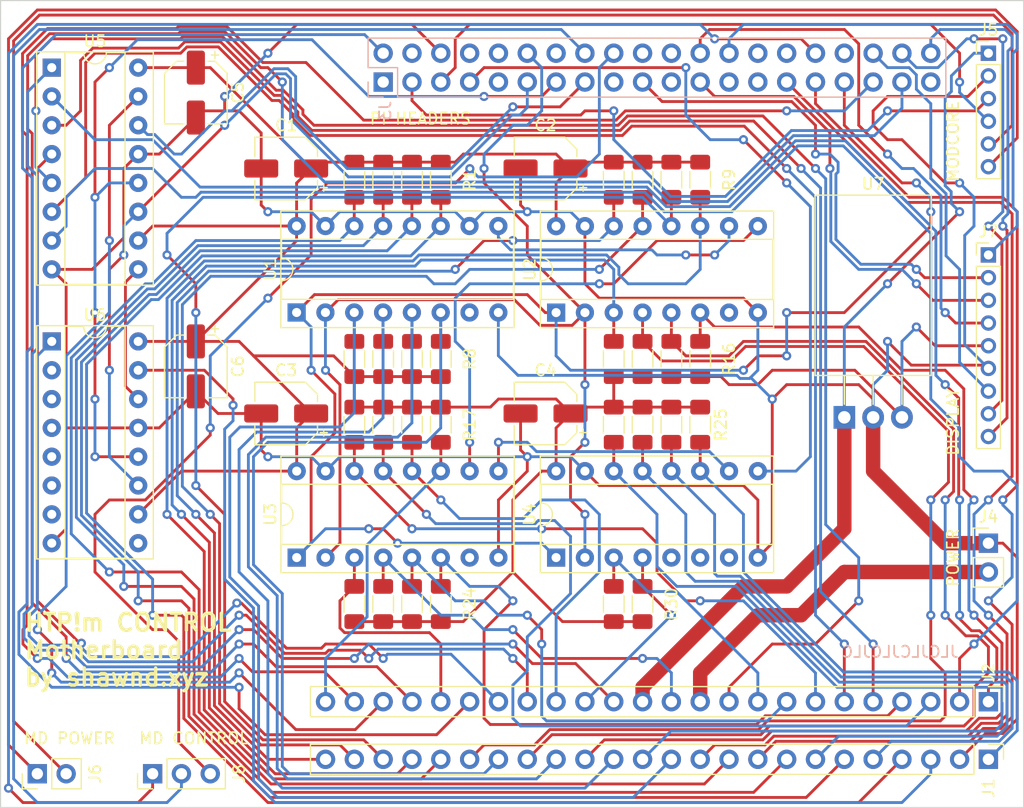
<source format=kicad_pcb>
(kicad_pcb (version 20221018) (generator pcbnew)
  (title_block (title "HTP!m CONTROL Motherboard") (date "2023-10-23") (rev "1") (company "shawnd.xyz") (comment 2 "together and handles all the interfacing of the user inputs and display outputs.") (comment 3 "The HTP!m CONTROL Motherboard connects all the components of the HTP!m CONTROL"))
  (layers (0 "F.Cu" signal) (31 "B.Cu" signal) (34 "B.Paste" user) (35 "F.Paste" user) (36 "B.SilkS" user "B.Silkscreen") (37 "F.SilkS" user "F.Silkscreen") (38 "B.Mask" user) (39 "F.Mask" user) (44 "Edge.Cuts" user))
  (net 0 "")
  (net 1 "Net-(J7-5V)")
  (net 2 "GND")
  (net 3 "Net-(J1-RAIL_OVERRIDE_SWITCH)")
  (net 4 "Net-(J1-PUSH_LED)")
  (net 5 "Net-(J1-BIT_0)")
  (net 6 "Net-(J1-PUSH_SWITCH)")
  (net 7 "Net-(J1-BIT_1)")
  (net 8 "Net-(J1-MODULE_OVERRIDE_SWITCH)")
  (net 9 "Net-(J1-BIT_2)")
  (net 10 "Net-(J1-VELOCITY_DT)")
  (net 11 "Net-(J1-BIT_3)")
  (net 12 "Net-(J1-VELOCITY_CLK)")
  (net 13 "Net-(J1-BIT_4)")
  (net 14 "Net-(J1-FWD{slash}BWD_SWITCH)")
  (net 15 "Net-(J1-BIT_5)")
  (net 16 "Net-(J1-BIT_F)")
  (net 17 "Net-(J1-BIT_6)")
  (net 18 "Net-(J1-BIT_E)")
  (net 19 "Net-(J1-BIT_7)")
  (net 20 "Net-(J1-BIT_D)")
  (net 21 "Net-(J1-BIT_8)")
  (net 22 "Net-(J1-BIT_C)")
  (net 23 "Net-(J1-BIT_9)")
  (net 24 "Net-(J1-BIT_A)")
  (net 25 "Net-(J1-BIT_B)")
  (net 26 "Net-(J2-02_LED)")
  (net 27 "Net-(J2-13_LED)")
  (net 28 "Net-(J2-02_SWITCH)")
  (net 29 "Net-(J2-13_SWITCH)")
  (net 30 "Net-(J2-03_LED)")
  (net 31 "Net-(J2-12_LED)")
  (net 32 "Net-(J2-03_SWITCH)")
  (net 33 "Net-(J2-12_SWITCH)")
  (net 34 "Net-(J2-TIME_ACTIVE_SWITCH)")
  (net 35 "Net-(J2-11_LED)")
  (net 36 "Net-(J2-POWER_A)")
  (net 37 "Net-(J2-11_SWITCH)")
  (net 38 "Net-(J2-POWER_B)")
  (net 39 "Net-(J2-01_LED)")
  (net 40 "Net-(J2-EMERGENCY_STOP_SWITCH)")
  (net 41 "Net-(J2-01_SWITCH)")
  (net 42 "Net-(J2-EMERGENCY_STOP_LED)")
  (net 43 "Net-(J2-10_LED)")
  (net 44 "Net-(J2-5V)")
  (net 45 "Net-(J2-10_SWITCH)")
  (net 46 "Net-(J2-TIME_SET_DT)")
  (net 47 "Net-(J2-00_LED)")
  (net 48 "Net-(J2-TIME_SET_CLK)")
  (net 49 "Net-(J2-00_SWITCH)")
  (net 51 "Net-(J3-GPIO2(I2C1_SDA))")
  (net 53 "Net-(J3-GPIO3(I2C1_SCL))")
  (net 54 "Net-(J3-GPIO4(GPCLK0))")
  (net 58 "Net-(J3-GPIO17)")
  (net 59 "Net-(J3-GPIO18(PCM_CLK))")
  (net 60 "Net-(J3-GPIO27)")
  (net 62 "Net-(J3-GPIO22)")
  (net 63 "Net-(J3-GPIO23)")
  (net 65 "Net-(J3-GPIO24)")
  (net 66 "Net-(J3-GPIO10(SPI0_MOSI))")
  (net 70 "Net-(J3-GPIO11(SPI0_SCLK))")
  (net 71 "Net-(J3-GPIO8(SPI0_CE0))")
  (net 73 "Net-(J3-GPIO7(SPI0_CE1))")
  (net 77 "Net-(J3-GPIO12(PWM0))")
  (net 78 "Net-(J3-GPIO13(PWM1))")
  (net 80 "Net-(J3-GPIO16)")
  (net 81 "Net-(J3-GPIO20(PCM_DIN))")
  (net 83 "Net-(J3-GPIO21(PCM_DOUT))")
  (net 84 "Net-(J5-VB)")
  (net 85 "Net-(J5-VA)")
  (net 87 "Net-(U1-Q7)")
  (net 89 "Net-(U2-Q7)")
  (net 91 "Net-(U3-Q7)")
  (net 95 "Net-(U5-QH')")
  (footprint "Resistor_SMD:R_1206_3216Metric_Pad1.30x1.75mm_HandSolder" (layer "F.Cu") (at 152.4 73.38 -90)
    (fp_text reference "R12" hide)
    (fp_text value "4.7kΩ" hide)
  )
  (footprint "Resistor_SMD:R_1206_3216Metric_Pad1.30x1.75mm_HandSolder" (layer "F.Cu") (at 132.08 110.77 90)
    (fp_text reference "R22" hide)
    (fp_text value "4.7kΩ" hide)
  )
  (footprint "Package_DIP:DIP-16_W7.62mm_Socket" (layer "F.Cu") (at 124.45 85.08 90)
    (fp_text reference "U1")
    (fp_text value "74HC165")
  )
  (footprint "Connector_PinHeader_2.54mm:PinHeader_1x24_P2.54mm_Vertical" (layer "F.Cu") (at 185.42 119.38 -90)
    (fp_text reference "J2")
    (fp_text value "~" hide)
  )
  (footprint "Package_DIP:DIP-16_W7.62mm_Socket" (layer "F.Cu") (at 147.32 85.09 90)
    (fp_text reference "U2")
    (fp_text value "74HC165")
  )
  (footprint "Resistor_SMD:R_1206_3216Metric_Pad1.30x1.75mm_HandSolder" (layer "F.Cu") (at 129.54 73.38 -90)
    (fp_text reference "R4" hide)
    (fp_text value "4.7kΩ" hide)
  )
  (footprint "Resistor_SMD:R_1206_3216Metric_Pad1.30x1.75mm_HandSolder" (layer "F.Cu") (at 152.4 110.77 90)
    (fp_text reference "R29" hide)
    (fp_text value "4.7kΩ" hide)
  )
  (footprint "Package_DIP:DIP-16_W7.62mm_Socket" (layer "F.Cu") (at 124.46 106.68 90)
    (fp_text reference "U3")
    (fp_text value "74HC165")
  )
  (footprint "Resistor_SMD:R_1206_3216Metric_Pad1.30x1.75mm_HandSolder" (layer "F.Cu") (at 129.54 94.97 -90)
    (fp_text reference "R20" hide)
    (fp_text value "4.7kΩ" hide)
  )
  (footprint "Resistor_SMD:R_1206_3216Metric_Pad1.30x1.75mm_HandSolder" (layer "F.Cu") (at 154.94 110.77 90)
    (fp_text reference "R30")
    (fp_text value "4.7kΩ" hide)
  )
  (footprint "Connector_PinHeader_2.00mm:PinHeader_1x06_P2.00mm_Vertical" (layer "F.Cu") (at 185.42 62.23)
    (fp_text reference "J5")
    (fp_text value "Connector_Modcore" hide)
  )
  (footprint "Resistor_SMD:R_1206_3216Metric_Pad1.30x1.75mm_HandSolder" (layer "F.Cu") (at 152.4 89.18 90)
    (fp_text reference "R13" hide)
    (fp_text value "4.7kΩ" hide)
  )
  (footprint "Resistor_SMD:R_1206_3216Metric_Pad1.30x1.75mm_HandSolder" (layer "F.Cu") (at 132.08 73.38 -90)
    (fp_text reference "R3" hide)
    (fp_text value "4.7kΩ" hide)
  )
  (footprint "Resistor_SMD:R_1206_3216Metric_Pad1.30x1.75mm_HandSolder" (layer "F.Cu") (at 137.16 73.38 -90)
    (fp_text reference "R1")
    (fp_text value "4.7kΩ" hide)
  )
  (footprint "Resistor_SMD:R_1206_3216Metric_Pad1.30x1.75mm_HandSolder" (layer "F.Cu") (at 154.94 94.97 -90)
    (fp_text reference "R27" hide)
    (fp_text value "4.7kΩ" hide)
  )
  (footprint "Resistor_SMD:R_1206_3216Metric_Pad1.30x1.75mm_HandSolder" (layer "F.Cu") (at 160.02 89.18 90)
    (fp_text reference "R16")
    (fp_text value "4.7kΩ" hide)
  )
  (footprint "Capacitor_SMD:CP_Elec_5x5.4" (layer "F.Cu") (at 123.53 72.39 180)
    (fp_text reference "C1")
    (fp_text value "22μF")
  )
  (footprint "Capacitor_SMD:CP_Elec_5x5.4" (layer "F.Cu") (at 146.39 93.98 180)
    (fp_text reference "C4")
    (fp_text value "22μF")
  )
  (footprint "Package_DIP:DIP-16_W7.62mm_Socket" (layer "F.Cu") (at 102.87 87.63)
    (fp_text reference "U6")
    (fp_text value "74HC595")
  )
  (footprint "Capacitor_SMD:CP_Elec_5x5.4" (layer "F.Cu") (at 123.53 93.98 180)
    (fp_text reference "C3")
    (fp_text value "22μF")
  )
  (footprint "Resistor_SMD:R_1206_3216Metric_Pad1.30x1.75mm_HandSolder" (layer "F.Cu") (at 134.62 73.38 -90)
    (fp_text reference "R2" hide)
    (fp_text value "4.7kΩ" hide)
  )
  (footprint "Connector_PinHeader_2.54mm:PinHeader_1x02_P2.54mm_Vertical" (layer "F.Cu") (at 185.42 105.41)
    (fp_text reference "J4")
    (fp_text value "~" hide)
  )
  (footprint "Connector_PinHeader_2.54mm:PinHeader_1x24_P2.54mm_Vertical" (layer "F.Cu") (at 185.42 124.46 -90)
    (fp_text reference "J1")
    (fp_text value "~" hide)
  )
  (footprint "Capacitor_SMD:CP_Elec_5x5.4" (layer "F.Cu") (at 115.57 89.83 -90)
    (fp_text reference "C6")
    (fp_text value "22μF")
  )
  (footprint "Resistor_SMD:R_1206_3216Metric_Pad1.30x1.75mm_HandSolder" (layer "F.Cu") (at 134.62 110.77 90)
    (fp_text reference "R23" hide)
    (fp_text value "4.7kΩ" hide)
  )
  (footprint "Connector_PinHeader_2.54mm:PinHeader_1x03_P2.54mm_Vertical" (layer "F.Cu") (at 111.76 125.73 90)
    (fp_text reference "J8")
    (fp_text value "Connector_Motor_Driver" hide)
  )
  (footprint "Resistor_SMD:R_1206_3216Metric_Pad1.30x1.75mm_HandSolder" (layer "F.Cu") (at 160.02 73.38 -90)
    (fp_text reference "R9")
    (fp_text value "4.7kΩ" hide)
  )
  (footprint "Resistor_SMD:R_1206_3216Metric_Pad1.30x1.75mm_HandSolder" (layer "F.Cu") (at 154.94 73.38 -90)
    (fp_text reference "R11" hide)
    (fp_text value "4.7kΩ" hide)
  )
  (footprint "Package_TO_SOT_THT:TO-220-3_Horizontal_TabDown" (layer "F.Cu") (at 172.72 94.32)
    (fp_text reference "U7")
    (fp_text value "L7805")
  )
  (footprint "Resistor_SMD:R_1206_3216Metric_Pad1.30x1.75mm_HandSolder" (layer "F.Cu") (at 157.48 94.97 -90)
    (fp_text reference "R26" hide)
    (fp_text value "4.7kΩ" hide)
  )
  (footprint "Resistor_SMD:R_1206_3216Metric_Pad1.30x1.75mm_HandSolder" (layer "F.Cu") (at 157.48 73.38 -90)
    (fp_text reference "R10" hide)
    (fp_text value "4.7kΩ" hide)
  )
  (footprint "Resistor_SMD:R_1206_3216Metric_Pad1.30x1.75mm_HandSolder" (layer "F.Cu") (at 137.16 89.18 90)
    (fp_text reference "R8")
    (fp_text value "4.7kΩ" hide)
  )
  (footprint "Resistor_SMD:R_1206_3216Metric_Pad1.30x1.75mm_HandSolder" (layer "F.Cu") (at 160.02 94.97 -90)
    (fp_text reference "R25")
    (fp_text value "4.7kΩ" hide)
  )
  (footprint "Resistor_SMD:R_1206_3216Metric_Pad1.30x1.75mm_HandSolder" (layer "F.Cu") (at 137.16 94.97 -90)
    (fp_text reference "R17")
    (fp_text value "4.7kΩ" hide)
  )
  (footprint "Connector_PinHeader_2.54mm:PinHeader_1x02_P2.54mm_Vertical" (layer "F.Cu") (at 101.6 125.73 90)
    (fp_text reference "J6")
    (fp_text value "Motor_Power" hide)
  )
  (footprint "Resistor_SMD:R_1206_3216Metric_Pad1.30x1.75mm_HandSolder" (layer "F.Cu") (at 157.48 89.18 90)
    (fp_text reference "R15" hide)
    (fp_text value "4.7kΩ" hide)
  )
  (footprint "Resistor_SMD:R_1206_3216Metric_Pad1.30x1.75mm_HandSolder" (layer "F.Cu") (at 129.54 110.77 90)
    (fp_text reference "R21" hide)
    (fp_text value "4.7kΩ" hide)
  )
  (footprint "Capacitor_SMD:CP_Elec_5x5.4" (layer "F.Cu") (at 115.57 65.7 -90)
    (fp_text reference "C5")
    (fp_text value "22μF")
  )
  (footprint "Connector_PinHeader_2.00mm:PinHeader_1x09_P2.00mm_Vertical" (layer "F.Cu") (at 185.42 80.01)
    (fp_text reference "J7")
    (fp_text value "Connector_Display" hide)
  )
  (footprint "Resistor_SMD:R_1206_3216Metric_Pad1.30x1.75mm_HandSolder" (layer "F.Cu") (at 132.08 89.18 90)
    (fp_text reference "R6" hide)
    (fp_text value "4.7kΩ" hide)
  )
  (footprint "Resistor_SMD:R_1206_3216Metric_Pad1.30x1.75mm_HandSolder" (layer "F.Cu") (at 134.62 89.18 90)
    (fp_text reference "R7" hide)
    (fp_text value "4.7kΩ" hide)
  )
  (footprint "Package_DIP:DIP-16_W7.62mm_Socket" (layer "F.Cu") (at 147.32 106.68 90)
    (fp_text reference "U4")
    (fp_text value "74HC165")
  )
  (footprint "Resistor_SMD:R_1206_3216Metric_Pad1.30x1.75mm_HandSolder" (layer "F.Cu") (at 132.08 94.97 -90)
    (fp_text reference "R19" hide)
    (fp_text value "4.7kΩ" hide)
  )
  (footprint "Resistor_SMD:R_1206_3216Metric_Pad1.30x1.75mm_HandSolder" (layer "F.Cu") (at 152.4 94.97 -90)
    (fp_text reference "R28" hide)
    (fp_text value "4.7kΩ" hide)
  )
  (footprint "Capacitor_SMD:CP_Elec_5x5.4" (layer "F.Cu") (at 146.39 72.39 180)
    (fp_text reference "C2")
    (fp_text value "22μF")
  )
  (footprint "Resistor_SMD:R_1206_3216Metric_Pad1.30x1.75mm_HandSolder" (layer "F.Cu") (at 137.16 110.77 90)
    (fp_text reference "R24")
    (fp_text value "4.7kΩ" hide)
  )
  (footprint "Resistor_SMD:R_1206_3216Metric_Pad1.30x1.75mm_HandSolder" (layer "F.Cu") (at 129.54 89.18 90)
    (fp_text reference "R5" hide)
    (fp_text value "4.7kΩ" hide)
  )
  (footprint "Package_DIP:DIP-16_W7.62mm_Socket" (layer "F.Cu") (at 102.87 63.5)
    (fp_text reference "U5")
    (fp_text value "74HC595")
  )
  (footprint "Resistor_SMD:R_1206_3216Metric_Pad1.30x1.75mm_HandSolder" (layer "F.Cu") (at 134.62 94.97 -90)
    (fp_text reference "R18" hide)
    (fp_text value "4.7kΩ" hide)
  )
  (footprint "Resistor_SMD:R_1206_3216Metric_Pad1.30x1.75mm_HandSolder" (layer "F.Cu") (at 154.94 89.18 90)
    (fp_text reference "R14" hide)
    (fp_text value "4.7kΩ" hide)
  )
  (footprint "Connector_PinSocket_2.54mm:PinSocket_2x20_P2.54mm_Vertical" (layer "B.Cu") (at 132.08 64.77 -90)
    (fp_text reference "J3")
    (fp_text value "Conn_01x40_Socket" hide)
  )
  (gr_rect (start 98.36 57.59) (end 188.53 128.71) (stroke (width 0.1)) (fill none) (layer "Edge.Cuts"))
  (gr_text "JLCJLCJLCJLC" (at 182.88 115.57) (layer "B.SilkS") (effects (font (size 1 1)) (justify left bottom mirror)))
  (gr_text "POWER" (at 182.88 106.68 90) (layer "F.SilkS") (effects (font (size 1 1)) (justify bottom)))
  (gr_text "DISPLAY" (at 182.88 97.79 90) (layer "F.SilkS") (effects (font (size 1 1)) (justify left bottom)))
  (gr_text "MD CONTROL" (at 110.49 123.19) (layer "F.SilkS") (effects (font (size 1 1)) (justify left bottom)))
  (gr_text "PI HEADERS" (at 130.81 68.58) (layer "F.SilkS") (effects (font (size 1 1)) (justify left bottom)))
  (gr_text "MODCORE" (at 182.88 73.66 90) (layer "F.SilkS") (effects (font (size 1 1)) (justify left bottom)))
  (gr_text "HTP!m CONTROL\nMotherboard\nby shawnd.xyz" (at 100.33 118.11) (layer "F.SilkS") (effects (font (size 1.5 1.5) (thickness 0.3) bold) (justify left bottom)))
  (gr_text "MD POWER" (at 100.33 123.19) (layer "F.SilkS") (effects (font (size 1 1)) (justify left bottom)))
  (segment (start 173.65 90.17) (end 166.37 90.17) (width 0.25) (layer "F.Cu") (net 1))
  (segment (start 129.54 90.73) (end 127.71 88.9) (width 0.25) (layer "F.Cu") (net 1))
  (segment (start 146.05 99.06) (end 147.32 99.06) (width 0.25) (layer "F.Cu") (net 1))
  (segment (start 148.59 72.39) (end 147.32 73.66) (width 0.25) (layer "F.Cu") (net 1))
  (segment (start 129.54 93.42) (end 137.16 93.42) (width 0.25) (layer "F.Cu") (net 1))
  (segment (start 125.73 72.39) (end 124.45 73.67) (width 0.25) (layer "F.Cu") (net 1))
  (segment (start 152.4 90.73) (end 160.02 90.73) (width 0.25) (layer "F.Cu") (net 1))
  (segment (start 115.57 87.63) (end 110.49 87.63) (width 0.25) (layer "F.Cu") (net 1))
  (segment (start 129.54 90.73) (end 129.54 93.42) (width 0.25) (layer "F.Cu") (net 1))
  (segment (start 147.32 95.25) (end 147.32 99.06) (width 0.25) (layer "F.Cu") (net 1))
  (segment (start 110.49 78.74) (end 111.77 77.46) (width 0.25) (layer "F.Cu") (net 1))
  (segment (start 152.4 93.42) (end 149.15 93.42) (width 0.25) (layer "F.Cu") (net 1))
  (segment (start 125.73 72.39) (end 116.84 63.5) (width 0.25) (layer "F.Cu") (net 1))
  (segment (start 124.45 77.46) (end 124.45 78.75) (width 0.25) (layer "F.Cu") (net 1))
  (segment (start 129.54 71.83) (end 137.16 71.83) (width 0.25) (layer "F.Cu") (net 1))
  (segment (start 147.32 71.12) (end 148.59 72.39) (width 0.25) (layer "F.Cu") (net 1))
  (segment (start 149.15 71.83) (end 148.59 72.39) (width 0.25) (layer "F.Cu") (net 1))
  (segment (start 179.07 86.36) (end 180.72 88.01) (width 0.25) (layer "F.Cu") (net 1))
  (segment (start 124.46 95.25) (end 124.46 99.06) (width 0.25) (layer "F.Cu") (net 1))
  (segment (start 124.46 99.06) (end 114.3 99.06) (width 0.25) (layer "F.Cu") (net 1))
  (segment (start 119.38 87.63) (end 115.57 87.63) (width 0.25) (layer "F.Cu") (net 1))
  (segment (start 161.85 90.73) (end 160.02 90.73) (width 0.25) (layer "F.Cu") (net 1))
  (segment (start 152.4 71.83) (end 149.15 71.83) (width 0.25) (layer "F.Cu") (net 1))
  (segment (start 124.45 78.75) (end 115.57 87.63) (width 0.25) (layer "F.Cu") (net 1))
  (segment (start 137.16 90.73) (end 129.54 90.73) (width 0.25) (layer "F.Cu") (net 1))
  (segment (start 124.45 73.67) (end 124.45 77.46) (width 0.25) (layer "F.Cu") (net 1))
  (segment (start 166.37 90.17) (end 165.1 91.44) (width 0.25) (layer "F.Cu") (net 1))
  (segment (start 147.88 112.32) (end 152.4 112.32) (width 0.25) (layer "F.Cu") (net 1))
  (segment (start 139.14 112.32) (end 137.16 112.32) (width 0.25) (layer "F.Cu") (net 1))
  (segment (start 119.38 87.63) (end 125.73 93.98) (width 0.25) (layer "F.Cu") (net 1))
  (segment (start 114.3 99.06) (end 110.49 102.87) (width 0.25) (layer "F.Cu") (net 1))
  (segment (start 129.54 71.83) (end 126.29 71.83) (width 0.25) (layer "F.Cu") (net 1))
  (segment (start 143.51 107.95) (end 147.88 112.32) (width 0.25) (layer "F.Cu") (net 1))
  (segment (start 129.54 112.32) (end 137.16 112.32) (width 0.25) (layer "F.Cu") (net 1))
  (segment (start 137.16 93.42) (end 141.53 93.42) (width 0.25) (layer "F.Cu") (net 1))
  (segment (start 177.8 94.32) (end 173.65 90.17) (width 0.25) (layer "F.Cu") (net 1))
  (segment (start 180.72 88.01) (end 185.42 88.01) (width 0.25) (layer "F.Cu") (net 1))
  (segment (start 139.14 71.12) (end 147.32 71.12) (width 0.25) (layer "F.Cu") (net 1))
  (segment (start 143.51 107.95) (end 139.14 112.32) (width 0.25) (layer "F.Cu") (net 1))
  (segment (start 165.1 91.44) (end 162.56 91.44) (width 0.25) (layer "F.Cu") (net 1))
  (segment (start 137.16 71.83) (end 138.43 71.83) (width 0.25) (layer "F.Cu") (net 1))
  (segment (start 143.51 101.6) (end 146.05 99.06) (width 0.25) (layer "F.Cu") (net 1))
  (segment (start 111.77 77.46) (end 124.45 77.46) (width 0.25) (layer "F.Cu") (net 1))
  (segment (start 147.32 92.71) (end 148.59 93.98) (width 0.25) (layer "F.Cu") (net 1))
  (segment (start 152.4 90.73) (end 152.4 93.42) (width 0.25) (layer "F.Cu") (net 1))
  (segment (start 143.51 107.95) (end 143.51 101.6) (width 0.25) (layer "F.Cu") (net 1))
  (segment (start 147.32 73.66) (end 147.32 77.47) (width 0.25) (layer "F.Cu") (net 1))
  (segment (start 152.4 71.83) (end 160.02 71.83) (width 0.25) (layer "F.Cu") (net 1))
  (segment (start 116.84 63.5) (end 115.57 63.5) (width 0.25) (layer "F.Cu") (net 1))
  (segment (start 142.24 92.71) (end 147.32 92.71) (width 0.25) (layer "F.Cu") (net 1))
  (segment (start 149.15 93.42) (end 148.59 93.98) (width 0.25) (layer "F.Cu") (net 1))
  (segment (start 125.73 93.98) (end 124.46 95.25) (width 0.25) (layer "F.Cu") (net 1))
  (segment (start 162.56 91.44) (end 161.85 90.73) (width 0.25) (layer "F.Cu") (net 1))
  (segment (start 141.53 93.42) (end 142.24 92.71) (width 0.25) (layer "F.Cu") (net 1))
  (segment (start 126.29 71.83) (end 125.73 72.39) (width 0.25) (layer "F.Cu") (net 1))
  (segment (start 138.43 71.83) (end 139.14 71.12) (width 0.25) (layer "F.Cu") (net 1))
  (segment (start 127.71 88.9) (end 120.65 88.9) (width 0.25) (layer "F.Cu") (net 1))
  (segment (start 148.59 93.98) (end 147.32 95.25) (width 0.25) (layer "F.Cu") (net 1))
  (segment (start 115.57 63.5) (end 110.49 63.5) (width 0.25) (layer "F.Cu") (net 1))
  (segment (start 154.94 112.32) (end 152.4 112.32) (width 0.25) (layer "F.Cu") (net 1))
  (segment (start 160.02 93.42) (end 152.4 93.42) (width 0.25) (layer "F.Cu") (net 1))
  (via (at 179.07 86.36) (size 0.8) (drill 0.4) (layers "F.Cu" "B.Cu") (net 1))
  (segment (start 177.8 94.32) (end 177.8 87.63) (width 0.25) (layer "B.Cu") (net 1))
  (segment (start 177.8 87.63) (end 179.07 86.36) (width 0.25) (layer "B.Cu") (net 1))
  (segment (start 121.33 93.98) (end 121.33 97.2) (width 0.25) (layer "F.Cu") (net 2))
  (segment (start 166.37 105.41) (end 165.1 106.68) (width 0.25) (layer "F.Cu") (net 2))
  (segment (start 104.14 82.55) (end 102.87 81.28) (width 0.25) (layer "F.Cu") (net 2))
  (segment (start 185.13 89.72) (end 185.42 90.01) (width 0.25) (layer "F.Cu") (net 2))
  (segment (start 144.19 97.2) (end 144.78 97.79) (width 0.25) (layer "F.Cu") (net 2))
  (segment (start 118.11 66.04) (end 118.11 67.31) (width 0.25) (layer "F.Cu") (net 2))
  (segment (start 151.13 100.33) (end 163.83 100.33) (width 0.25) (layer "F.Cu") (net 2))
  (segment (start 121.33 72.39) (end 121.33 75.61) (width 0.25) (layer "F.Cu") (net 2))
  (segment (start 118.11 67.31) (end 119.38 67.31) (width 0.25) (layer "F.Cu") (net 2))
  (segment (start 181.61 73.66) (end 182.88 73.66) (width 0.25) (layer "F.Cu") (net 2))
  (segment (start 124.46 59.69) (end 134.62 59.69) (width 0.25) (layer "F.Cu") (net 2))
  (segment (start 116.16 67.31) (end 118.11 67.31) (width 0.25) (layer "F.Cu") (net 2))
  (segment (start 115.57 92.03) (end 117.52 93.98) (width 0.25) (layer "F.Cu") (net 2))
  (segment (start 175.26 94.32) (end 175.26 99.06) (width 1.27) (layer "F.Cu") (net 2))
  (segment (start 176.53 66.04) (end 183.61 66.04) (width 0.25) (layer "F.Cu") (net 2))
  (segment (start 112.35 71.12) (end 110.49 71.12) (width 0.25) (layer "F.Cu") (net 2))
  (segment (start 166.37 92.71) (end 166.37 105.41) (width 0.25) (layer "F.Cu") (net 2))
  (segment (start 181.61 105.41) (end 185.42 105.41) (width 1.27) (layer "F.Cu") (net 2))
  (segment (start 144.19 75.61) (end 144.78 76.2) (width 0.25) (layer "F.Cu") (net 2))
  (segment (start 104.14 95.25) (end 104.14 104.14) (width 0.25) (layer "F.Cu") (net 2))
  (segment (start 185.42 64.23) (end 183.61 66.04) (width 0.25) (layer "F.Cu") (net 2))
  (segment (start 112.35 95.25) (end 110.49 95.25) (width 0.25) (layer "F.Cu") (net 2))
  (segment (start 115.57 92.03) (end 112.35 95.25) (width 0.25) (layer "F.Cu") (net 2))
  (segment (start 177.8 69.85) (end 181.61 73.66) (width 0.25) (layer "F.Cu") (net 2))
  (segment (start 175.26 68.58) (end 176.53 69.85) (width 0.25) (layer "F.Cu") (net 2))
  (segment (start 178.62 89.72) (end 185.13 89.72) (width 0.25) (layer "F.Cu") (net 2))
  (segment (start 104.14 104.14) (end 102.87 105.41) (width 0.25) (layer "F.Cu") (net 2))
  (segment (start 175.26 99.06) (end 181.61 105.41) (width 1.27) (layer "F.Cu") (net 2))
  (segment (start 124.46 59.69) (end 121.92 62.23) (width 0.25) (layer "F.Cu") (net 2))
  (segment (start 110.49 71.12) (end 109.22 72.39) (width 0.25) (layer "F.Cu") (net 2))
  (segment (start 104.14 95.25) (end 110.49 95.25) (width 0.25) (layer "F.Cu") (net 2))
  (segment (start 121.33 69.26) (end 121.33 72.39) (width 0.25) (layer "F.Cu") (net 2))
  (segment (start 182.88 124.46) (end 184.15 123.19) (width 0.25) (layer "F.Cu") (net 2))
  (segment (start 163.83 83.82) (end 165.1 85.09) (width 0.25) (layer "F.Cu") (net 2))
  (segment (start 137.16 62.23) (end 134.62 59.69) (width 0.25) (layer "F.Cu") (net 2))
  (segment (start 185.159188 122.186396) (end 186.682412 122.186396) (width 0.25) (layer "F.Cu") (net 2))
  (segment (start 163.83 100.33) (end 165.1 101.6) (width 0.25) (layer "F.Cu") (net 2))
  (segment (start 184.155584 123.19) (end 185.159188 122.186396) (width 0.25) (layer "F.Cu") (net 2))
  (segment (start 144.19 72.39) (end 144.19 75.61) (width 0.25) (layer "F.Cu") (net 2))
  (segment (start 142.24 101.6) (end 142.24 106.68) (width 0.25) (layer "F.Cu") (net 2))
  (segment (start 176.53 87.63) (end 178.62 89.72) (width 0.25) (layer "F.Cu") (net 2))
  (segment (start 175.26 92.71) (end 173.99 91.44) (width 0.25) (layer "F.Cu") (net 2))
  (segment (start 109.22 78.495305) (end 106.435305 81.28) (width 0.25) (layer "F.Cu") (net 2))
  (segment (start 109.22 72.39) (end 109.22 78.495305) (width 0.25) (layer "F.Cu") (net 2))
  (segment (start 144.78 99.06) (end 142.24 101.6) (width 0.25) (layer "F.Cu") (net 2))
  (segment (start 119.38 67.31) (end 121.33 69.26) (width 0.25) (layer "F.Cu") (net 2))
  (segment (start 167.64 91.44) (end 166.37 92.71) (width 0.25) (layer "F.Cu") (net 2))
  (segment (start 187.96 120.908808) (end 187.96 106.68) (width 0.25) (layer "F.Cu") (net 2))
  (segment (start 186.69 105.41) (end 185.42 105.41) (width 0.25) (layer "F.Cu") (net 2))
  (segment (start 149.86 99.06) (end 151.13 100.33) (width 0.25) (layer "F.Cu") (net 2))
  (segment (start 176.53 66.04) (end 175.26 67.31) (width 0.25) (layer "F.Cu") (net 2))
  (segment (start 165.1 101.6) (end 165.1 106.68) (width 0.25) (layer "F.Cu") (net 2))
  (segment (start 149.86 82.55) (end 151.13 83.82) (width 0.25) (layer "F.Cu") (net 2))
  (segment (start 176.53 69.85) (end 177.8 69.85) (width 0.25) (layer "F.Cu") (net 2))
  (segment (start 117.52 93.98) (end 121.33 93.98) (width 0.25) (layer "F.Cu") (net 2))
  (segment (start 175.26 67.31) (end 175.26 68.58) (width 0.25) (layer "F.Cu") (net 2))
  (segment (start 144.19 93.98) (end 144.19 97.2) (width 0.25) (layer "F.Cu") (net 2))
  (segment (start 175.26 94.32) (end 175.26 92.71) (width 0.25) (layer "F.Cu") (net 2))
  (segment (start 106.435305 81.28) (end 102.87 81.28) (width 0.25) (layer "F.Cu") (net 2))
  (segment (start 144.78 97.79) (end 144.78 99.06) (width 0.25) (layer "F.Cu") (net 2))
  (segment (start 187.96 106.68) (end 186.69 105.41) (width 0.25) (layer "F.Cu") (net 2))
  (segment (start 184.15 123.19) (end 184.155584 123.19) (width 0.25) (layer "F.Cu") (net 2))
  (segment (start 121.33 75.61) (end 121.92 76.2) (width 0.25) (layer "F.Cu") (net 2))
  (segment (start 115.57 67.9) (end 112.35 71.12) (width 0.25) (layer "F.Cu") (net 2))
  (segment (start 173.99 91.44) (end 167.64 91.44) (width 0.25) (layer "F.Cu") (net 2))
  (segment (start 186.682412 122.186396) (end 187.96 120.908808) (width 0.25) (layer "F.Cu") (net 2))
  (segment (start 115.57 67.9) (end 116.16 67.31) (width 0.25) (layer "F.Cu") (net 2))
  (segment (start 121.33 97.2) (end 121.92 97.79) (width 0.25) (layer "F.Cu") (net 2))
  (segment (start 149.86 77.47) (end 149.86 82.55) (width 0.25) (layer "F.Cu") (net 2))
  (segment (start 151.13 83.82) (end 163.83 83.82) (width 0.25) (layer "F.Cu") (net 2))
  (segment (start 104.14 82.55) (end 104.14 95.25) (width 0.25) (layer "F.Cu") (net 2))
  (via (at 118.11 66.04) (size 0.8) (drill 0.4) (layers "F.Cu" "B.Cu") (net 2))
  (via (at 182.88 73.66) (size 0.8) (drill 0.4) (layers "F.Cu" "B.Cu") (net 2))
  (via (at 144.78 97.79) (size 0.8) (drill 0.4) (layers "F.Cu" "B.Cu") (net 2))
  (via (at 121.92 62.23) (size 0.8) (drill 0.4) (layers "F.Cu" "B.Cu") (net 2))
  (via (at 121.92 76.2) (size 0.8) (drill 0.4) (layers "F.Cu" "B.Cu") (net 2))
  (via (at 144.78 76.2) (size 0.8) (drill 0.4) (layers "F.Cu" "B.Cu") (net 2))
  (via (at 166.37 92.71) (size 0.8) (drill 0.4) (layers "F.Cu" "B.Cu") (net 2))
  (via (at 176.53 87.63) (size 0.8) (drill 0.4) (layers "F.Cu" "B.Cu") (net 2))
  (via (at 121.92 97.79) (size 0.8) (drill 0.4) (layers "F.Cu" "B.Cu") (net 2))
  (segment (start 148.59 76.2) (end 149.86 77.47) (width 0.25) (layer "B.Cu") (net 2))
  (segment (start 183.33 87.92) (end 185.42 90.01) (width 0.25) (layer "B.Cu") (net 2))
  (segment (start 127 99.06) (end 128.27 97.79) (width 0.25) (layer "B.Cu") (net 2))
  (segment (start 176.53 90.17) (end 176.53 87.63) (width 0.25) (layer "B.Cu") (net 2))
  (segment (start 164.375 90.895) (end 164.465 90.805) (width 0.25) (layer "B.Cu") (net 2))
  (segment (start 163.529695 90.895) (end 164.375 90.895) (width 0.25) (layer "B.Cu") (net 2))
  (segment (start 163.254695 90.62) (end 163.529695 90.895) (width 0.25) (layer "B.Cu") (net 2))
  (segment (start 138.43 76.2) (end 139.69 77.46) (width 0.25) (layer "B.Cu") (net 2))
  (segment (start 142.23 88.89) (end 143.96 90.62) (width 0.25) (layer "B.Cu") (net 2))
  (segment (start 121.92 76.2) (end 125.73 76.2) (width 0.25) (layer "B.Cu") (net 2))
  (segment (start 183.33 78.29) (end 183.33 87.92) (width 0.25) (layer "B.Cu") (net 2))
  (segment (start 175.26 91.44) (end 176.53 90.17) (width 0.25) (layer "B.Cu") (net 2))
  (segment (start 121.92 62.23) (end 118.11 66.04) (width 0.25) (layer "B.Cu") (net 2))
  (segment (start 175.26 94.32) (end 175.26 91.44) (width 0.25) (layer "B.Cu") (net 2))
  (segment (start 148.59 97.79) (end 149.86 99.06) (width 0.25) (layer "B.Cu") (net 2))
  (segment (start 144.78 76.2) (end 148.59 76.2) (width 0.25) (layer "B.Cu") (net 2))
  (segment (start 125.73 97.79) (end 127 99.06) (width 0.25) (layer "B.Cu") (net 2))
  (segment (start 164.465 90.805) (end 165.1 90.17) (width 0.25) (layer "B.Cu") (net 2))
  (segment (start 128.25 76.2) (end 138.43 76.2) (width 0.25) (layer "B.Cu") (net 2))
  (segment (start 184.15 77.47) (end 183.33 78.29) (width 0.25) (layer "B.Cu") (net 2))
  (segment (start 140.95 76.2) (end 144.78 76.2) (width 0.25) (layer "B.Cu") (net 2))
  (segment (start 165.1 90.17) (end 165.1 85.09) (width 0.25) (layer "B.Cu") (net 2))
  (segment (start 121.92 97.79) (end 125.73 97.79) (width 0.25) (layer "B.Cu") (net 2))
  (segment (start 182.88 73.66) (end 184.15 74.93) (width 0.25) (layer "B.Cu") (net 2))
  (segment (start 142.23 85.08) (end 142.23 88.89) (width 0.25) (layer "B.Cu") (net 2))
  (segment (start 166.37 92.71) (end 164.465 90.805) (width 0.25) (layer "B.Cu") (net 2))
  (segment (start 125.73 76.2) (end 126.99 77.46) (width 0.25) (layer "B.Cu") (net 2))
  (segment (start 144.78 97.79) (end 148.59 97.79) (width 0.25) (layer "B.Cu") (net 2))
  (segment (start 184.15 74.93) (end 184.15 77.47) (width 0.25) (layer "B.Cu") (net 2))
  (segment (start 143.96 90.62) (end 163.254695 90.62) (width 0.25) (layer "B.Cu") (net 2))
  (segment (start 128.27 97.79) (end 144.78 97.79) (width 0.25) (layer "B.Cu") (net 2))
  (segment (start 139.69 77.46) (end 140.95 76.2) (width 0.25) (layer "B.Cu") (net 2))
  (segment (start 126.99 77.46) (end 128.25 76.2) (width 0.25) (layer "B.Cu") (net 2))
  (segment (start 160.02 99.06) (end 160.02 96.52) (width 0.25) (layer "F.Cu") (net 3))
  (segment (start 172.64 116.76) (end 187.169188 116.76) (width 0.25) (layer "B.Cu") (net 3))
  (segment (start 163.83 102.87) (end 163.83 107.95) (width 0.25) (layer "B.Cu") (net 3))
  (segment (start 160.02 99.06) (end 163.83 102.87) (width 0.25) (layer "B.Cu") (net 3))
  (segment (start 187.96 117.550812) (end 187.96 121.92) (width 0.25) (layer "B.Cu") (net 3))
  (segment (start 187.169188 116.76) (end 187.96 117.550812) (width 0.25) (layer "B.Cu") (net 3))
  (segment (start 163.83 107.95) (end 172.64 116.76) (width 0.25) (layer "B.Cu") (net 3))
  (segment (start 187.96 121.92) (end 185.42 124.46) (width 0.25) (layer "B.Cu") (net 3))
  (segment (start 118.85 93.2555) (end 118.85 92.696826) (width 0.25) (layer "F.Cu") (net 4))
  (segment (start 116.323174 90.17) (end 110.49 90.17) (width 0.25) (layer "F.Cu") (net 4))
  (segment (start 118.85 92.696826) (end 116.323174 90.17) (width 0.25) (layer "F.Cu") (net 4))
  (via (at 118.85 93.2555) (size 0.8) (drill 0.4) (layers "F.Cu" "B.Cu") (net 4))
  (segment (start 118.11 108.586396) (end 120.65 111.126396) (width 0.25) (layer "B.Cu") (net 4))
  (segment (start 120.65 126.366396) (end 122.553604 128.27) (width 0.25) (layer "B.Cu") (net 4))
  (segment (start 122.553604 128.27) (end 177.8 128.27) (width 0.25) (layer "B.Cu") (net 4))
  (segment (start 177.8 128.27) (end 180.34 125.73) (width 0.25) (layer "B.Cu") (net 4))
  (segment (start 180.34 125.73) (end 180.34 124.46) (width 0.25) (layer "B.Cu") (net 4))
  (segment (start 120.65 111.126396) (end 120.65 126.366396) (width 0.25) (layer "B.Cu") (net 4))
  (segment (start 118.85 94.617792) (end 118.11 95.357792) (width 0.25) (layer "B.Cu") (net 4))
  (segment (start 118.11 95.357792) (end 118.11 108.586396) (width 0.25) (layer "B.Cu") (net 4))
  (segment (start 118.85 93.2555) (end 118.85 94.617792) (width 0.25) (layer "B.Cu") (net 4))
  (segment (start 114.51 120.86) (end 121.92 128.27) (width 0.25) (layer "F.Cu") (net 5))
  (segment (start 137.16 77.45) (end 137.15 77.46) (width 0.25) (layer "F.Cu") (net 5))
  (segment (start 111.76 111.76) (end 114.3 111.76) (width 0.25) (layer "F.Cu") (net 5))
  (segment (start 114.51 111.97) (end 114.51 120.86) (width 0.25) (layer "F.Cu") (net 5))
  (segment (start 137.16 74.93) (end 137.16 77.45) (width 0.25) (layer "F.Cu") (net 5))
  (segment (start 114.3 111.76) (end 114.51 111.97) (width 0.25) (layer "F.Cu") (net 5))
  (segment (start 121.92 128.27) (end 173.99 128.27) (width 0.25) (layer "F.Cu") (net 5))
  (segment (start 173.99 128.27) (end 177.8 124.46) (width 0.25) (layer "F.Cu") (net 5))
  (via (at 111.76 111.76) (size 0.8) (drill 0.4) (layers "F.Cu" "B.Cu") (net 5))
  (segment (start 116.129188 80.09) (end 112.277386 83.941802) (width 0.25) (layer "B.Cu") (net 5))
  (segment (start 105.94 89.64) (end 105.94 102.763604) (width 0.25) (layer "B.Cu") (net 5))
  (segment (start 134.52 80.09) (end 116.129188 80.09) (width 0.25) (layer "B.Cu") (net 5))
  (segment (start 111.638198 83.941802) (end 105.94 89.64) (width 0.25) (layer "B.Cu") (net 5))
  (segment (start 105.94 102.763604) (end 111.76 108.583604) (width 0.25) (layer "B.Cu") (net 5))
  (segment (start 111.76 108.583604) (end 111.76 111.76) (width 0.25) (layer "B.Cu") (net 5))
  (segment (start 137.15 77.46) (end 134.52 80.09) (width 0.25) (layer "B.Cu") (net 5))
  (segment (start 112.277386 83.941802) (end 111.638198 83.941802) (width 0.25) (layer "B.Cu") (net 5))
  (segment (start 157.48 96.52) (end 157.48 99.06) (width 0.25) (layer "F.Cu") (net 6))
  (segment (start 157.48 99.06) (end 161.29 102.87) (width 0.25) (layer "B.Cu") (net 6))
  (segment (start 186.371802 122.871802) (end 176.848198 122.871802) (width 0.25) (layer "B.Cu") (net 6))
  (segment (start 161.29 102.87) (end 161.29 108.077482) (width 0.25) (layer "B.Cu") (net 6))
  (segment (start 172.453604 117.21) (end 186.982792 117.21) (width 0.25) (layer "B.Cu") (net 6))
  (segment (start 176.848198 122.871802) (end 175.26 124.46) (width 0.25) (layer "B.Cu") (net 6))
  (segment (start 186.982792 117.21) (end 187.51 117.737208) (width 0.25) (layer "B.Cu") (net 6))
  (segment (start 161.532518 108.32) (end 163.563604 108.32) (width 0.25) (layer "B.Cu") (net 6))
  (segment (start 163.563604 108.32) (end 172.453604 117.21) (width 0.25) (layer "B.Cu") (net 6))
  (segment (start 161.29 108.077482) (end 161.532518 108.32) (width 0.25) (layer "B.Cu") (net 6))
  (segment (start 187.51 121.733604) (end 186.371802 122.871802) (width 0.25) (layer "B.Cu") (net 6))
  (segment (start 187.51 117.737208) (end 187.51 121.733604) (width 0.25) (layer "B.Cu") (net 6))
  (segment (start 114.96 120.673604) (end 122.106396 127.82) (width 0.25) (layer "F.Cu") (net 7))
  (segment (start 169.36 127.82) (end 172.72 124.46) (width 0.25) (layer "F.Cu") (net 7))
  (segment (start 114.3 110.49) (end 114.96 111.15) (width 0.25) (layer "F.Cu") (net 7))
  (segment (start 134.61 74.94) (end 134.62 74.93) (width 0.25) (layer "F.Cu") (net 7))
  (segment (start 114.96 111.15) (end 114.96 120.673604) (width 0.25) (layer "F.Cu") (net 7))
  (segment (start 110.49 110.49) (end 114.3 110.49) (width 0.25) (layer "F.Cu") (net 7))
  (segment (start 122.106396 127.82) (end 169.36 127.82) (width 0.25) (layer "F.Cu") (net 7))
  (segment (start 134.61 77.46) (end 134.61 74.94) (width 0.25) (layer "F.Cu") (net 7))
  (via (at 110.49 110.49) (size 0.8) (drill 0.4) (layers "F.Cu" "B.Cu") (net 7))
  (segment (start 105.49 102.95) (end 110.49 107.95) (width 0.25) (layer "B.Cu") (net 7))
  (segment (start 105.49 89.453604) (end 105.49 102.95) (width 0.25) (layer "B.Cu") (net 7))
  (segment (start 112.09099 83.491802) (end 111.451802 83.491802) (width 0.25) (layer "B.Cu") (net 7))
  (segment (start 110.49 107.95) (end 110.49 110.49) (width 0.25) (layer "B.Cu") (net 7))
  (segment (start 134.61 77.46) (end 132.43 79.64) (width 0.25) (layer "B.Cu") (net 7))
  (segment (start 132.43 79.64) (end 115.942792 79.64) (width 0.25) (layer "B.Cu") (net 7))
  (segment (start 111.451802 83.491802) (end 105.49 89.453604) (width 0.25) (layer "B.Cu") (net 7))
  (segment (start 115.942792 79.64) (end 112.09099 83.491802) (width 0.25) (layer "B.Cu") (net 7))
  (segment (start 154.94 99.06) (end 154.94 96.52) (width 0.25) (layer "F.Cu") (net 8))
  (segment (start 158.75 107.95) (end 159.57 108.77) (width 0.25) (layer "B.Cu") (net 8))
  (segment (start 186.796396 117.66) (end 187.06 117.923604) (width 0.25) (layer "B.Cu") (net 8))
  (segment (start 159.57 108.77) (end 163.377208 108.77) (width 0.25) (layer "B.Cu") (net 8))
  (segment (start 172.218198 122.421802) (end 170.18 124.46) (width 0.25) (layer "B.Cu") (net 8))
  (segment (start 186.185406 122.421802) (end 172.218198 122.421802) (width 0.25) (layer "B.Cu") (net 8))
  (segment (start 187.06 121.547208) (end 186.185406 122.421802) (width 0.25) (layer "B.Cu") (net 8))
  (segment (start 163.377208 108.77) (end 172.267208 117.66) (width 0.25) (layer "B.Cu") (net 8))
  (segment (start 172.267208 117.66) (end 186.796396 117.66) (width 0.25) (layer "B.Cu") (net 8))
  (segment (start 158.75 102.87) (end 158.75 107.95) (width 0.25) (layer "B.Cu") (net 8))
  (segment (start 154.94 99.06) (end 158.75 102.87) (width 0.25) (layer "B.Cu") (net 8))
  (segment (start 187.06 117.923604) (end 187.06 121.547208) (width 0.25) (layer "B.Cu") (net 8))
  (segment (start 132.08 74.93) (end 132.08 77.45) (width 0.25) (layer "F.Cu") (net 9))
  (segment (start 122.292792 127.37) (end 164.73 127.37) (width 0.25) (layer "F.Cu") (net 9))
  (segment (start 114.3 109.22) (end 115.41 110.33) (width 0.25) (layer "F.Cu") (net 9))
  (segment (start 164.73 127.37) (end 167.64 124.46) (width 0.25) (layer "F.Cu") (net 9))
  (segment (start 115.41 110.33) (end 115.41 120.487208) (width 0.25) (layer "F.Cu") (net 9))
  (segment (start 115.41 120.487208) (end 122.292792 127.37) (width 0.25) (layer "F.Cu") (net 9))
  (segment (start 109.22 109.22) (end 114.3 109.22) (width 0.25) (layer "F.Cu") (net 9))
  (segment (start 132.08 77.45) (end 132.07 77.46) (width 0.25) (layer "F.Cu") (net 9))
  (via (at 109.22 109.22) (size 0.8) (drill 0.4) (layers "F.Cu" "B.Cu") (net 9))
  (segment (start 105.04 103.136396) (end 105.04 89.267208) (width 0.25) (layer "B.Cu") (net 9))
  (segment (start 115.756396 79.19) (end 130.34 79.19) (width 0.25) (layer "B.Cu") (net 9))
  (segment (start 130.34 79.19) (end 132.07 77.46) (width 0.25) (layer "B.Cu") (net 9))
  (segment (start 105.04 89.267208) (end 111.307208 83) (width 0.25) (layer "B.Cu") (net 9))
  (segment (start 111.307208 83) (end 111.946396 83) (width 0.25) (layer "B.Cu") (net 9))
  (segment (start 109.22 107.316396) (end 105.04 103.136396) (width 0.25) (layer "B.Cu") (net 9))
  (segment (start 109.22 109.22) (end 109.22 107.316396) (width 0.25) (layer "B.Cu") (net 9))
  (segment (start 111.946396 83) (end 115.756396 79.19) (width 0.25) (layer "B.Cu") (net 9))
  (segment (start 166.688198 122.871802) (end 183.831802 122.871802) (width 0.25) (layer "F.Cu") (net 10))
  (segment (start 187.51 120.722412) (end 187.51 112.58) (width 0.25) (layer "F.Cu") (net 10))
  (segment (start 187.96 100.33) (end 187.96 76.2) (width 0.25) (layer "F.Cu") (net 10))
  (segment (start 165.1 124.46) (end 166.688198 122.871802) (width 0.25) (layer "F.Cu") (net 10))
  (segment (start 186.496016 121.736396) (end 187.51 120.722412) (width 0.25) (layer "F.Cu") (net 10))
  (segment (start 184.972792 121.736396) (end 186.496016 121.736396) (width 0.25) (layer "F.Cu") (net 10))
  (segment (start 183.831802 122.871802) (end 183.963604 122.74) (width 0.25) (layer "F.Cu") (net 10))
  (segment (start 183.969188 122.74) (end 184.972792 121.736396) (width 0.25) (layer "F.Cu") (net 10))
  (segment (start 170.18 66.673604) (end 170.18 64.77) (width 0.25) (layer "F.Cu") (net 10))
  (segment (start 178.436396 74.93) (end 170.18 66.673604) (width 0.25) (layer "F.Cu") (net 10))
  (segment (start 183.963604 122.74) (end 183.969188 122.74) (width 0.25) (layer "F.Cu") (net 10))
  (segment (start 187.51 112.58) (end 185.42 110.49) (width 0.25) (layer "F.Cu") (net 10))
  (segment (start 187.96 76.2) (end 186.69 74.93) (width 0.25) (layer "F.Cu") (net 10))
  (segment (start 186.69 74.93) (end 178.436396 74.93) (width 0.25) (layer "F.Cu") (net 10))
  (segment (start 186.69 101.6) (end 187.96 100.33) (width 0.25) (layer "F.Cu") (net 10))
  (via (at 185.42 110.49) (size 0.8) (drill 0.4) (layers "F.Cu" "B.Cu") (net 10))
  (via (at 186.69 101.6) (size 0.8) (drill 0.4) (layers "F.Cu" "B.Cu") (net 10))
  (segment (start 187.51 108.4) (end 187.51 102.87) (width 0.25) (layer "B.Cu") (net 10))
  (segment (start 185.42 110.49) (end 187.51 108.4) (width 0.25) (layer "B.Cu") (net 10))
  (segment (start 187.51 102.87) (end 186.69 102.05) (width 0.25) (layer "B.Cu") (net 10))
  (segment (start 186.69 102.05) (end 186.69 101.6) (width 0.25) (layer "B.Cu") (net 10))
  (segment (start 107.95 107.95) (end 114.3 107.95) (width 0.25) (layer "F.Cu") (net 11))
  (segment (start 160.39 126.63) (end 162.56 124.46) (width 0.25) (layer "F.Cu") (net 11))
  (segment (start 114.3 107.95) (end 115.86 109.51) (width 0.25) (layer "F.Cu") (net 11))
  (segment (start 115.86 109.51) (end 115.86 120.300812) (width 0.25) (layer "F.Cu") (net 11))
  (segment (start 122.189188 126.63) (end 160.39 126.63) (width 0.25) (layer "F.Cu") (net 11))
  (segment (start 115.86 120.300812) (end 122.189188 126.63) (width 0.25) (layer "F.Cu") (net 11))
  (segment (start 129.53 77.46) (end 129.53 74.94) (width 0.25) (layer "F.Cu") (net 11))
  (segment (start 129.53 74.94) (end 129.54 74.93) (width 0.25) (layer "F.Cu") (net 11))
  (via (at 107.95 107.95) (size 0.8) (drill 0.4) (layers "F.Cu" "B.Cu") (net 11))
  (segment (start 128.25 78.74) (end 115.57 78.74) (width 0.25) (layer "B.Cu") (net 11))
  (segment (start 111.76 82.55) (end 111.120812 82.55) (width 0.25) (layer "B.Cu") (net 11))
  (segment (start 104.59 104.59) (end 107.95 107.95) (width 0.25) (layer "B.Cu") (net 11))
  (segment (start 115.57 78.74) (end 111.76 82.55) (width 0.25) (layer "B.Cu") (net 11))
  (segment (start 104.59 89.080812) (end 104.59 104.59) (width 0.25) (layer "B.Cu") (net 11))
  (segment (start 111.120812 82.55) (end 104.59 89.080812) (width 0.25) (layer "B.Cu") (net 11))
  (segment (start 129.53 77.46) (end 128.25 78.74) (width 0.25) (layer "B.Cu") (net 11))
  (segment (start 184.786396 121.286396) (end 186.30962 121.286396) (width 0.25) (layer "F.Cu") (net 12))
  (segment (start 187.06 120.536016) (end 187.06 113.4) (width 0.25) (layer "F.Cu") (net 12))
  (segment (start 160.02 124.46) (end 161.29 123.19) (width 0.25) (layer "F.Cu") (net 12))
  (segment (start 183.645406 122.421802) (end 183.777208 122.29) (width 0.25) (layer "F.Cu") (net 12))
  (segment (start 186.30962 121.286396) (end 187.06 120.536016) (width 0.25) (layer "F.Cu") (net 12))
  (segment (start 186.503604 75.38) (end 178.25 75.38) (width 0.25) (layer "F.Cu") (net 12))
  (segment (start 166.501802 122.421802) (end 183.645406 122.421802) (width 0.25) (layer "F.Cu") (net 12))
  (segment (start 165.733604 123.19) (end 166.501802 122.421802) (width 0.25) (layer "F.Cu") (net 12))
  (segment (start 187.51 76.386396) (end 186.503604 75.38) (width 0.25) (layer "F.Cu") (net 12))
  (segment (start 178.25 75.38) (end 167.64 64.77) (width 0.25) (layer "F.Cu") (net 12))
  (segment (start 185.42 101.6) (end 187.51 99.51) (width 0.25) (layer "F.Cu") (net 12))
  (segment (start 183.777208 122.29) (end 183.782792 122.29) (width 0.25) (layer "F.Cu") (net 12))
  (segment (start 187.51 99.51) (end 187.51 76.386396) (width 0.25) (layer "F.Cu") (net 12))
  (segment (start 183.782792 122.29) (end 184.786396 121.286396) (width 0.25) (layer "F.Cu") (net 12))
  (segment (start 187.06 113.4) (end 185.42 111.76) (width 0.25) (layer "F.Cu") (net 12))
  (segment (start 161.29 123.19) (end 165.733604 123.19) (width 0.25) (layer "F.Cu") (net 12))
  (via (at 185.42 101.6) (size 0.8) (drill 0.4) (layers "F.Cu" "B.Cu") (net 12))
  (via (at 185.42 111.76) (size 0.8) (drill 0.4) (layers "F.Cu" "B.Cu") (net 12))
  (segment (start 184.15 110.49) (end 184.15 102.87) (width 0.25) (layer "B.Cu") (net 12))
  (segment (start 184.15 102.87) (end 185.42 101.6) (width 0.25) (layer "B.Cu") (net 12))
  (segment (start 185.42 111.76) (end 184.15 110.49) (width 0.25) (layer "B.Cu") (net 12))
  (segment (start 129.54 85.09) (end 129.53 85.08) (width 0.25) (layer "F.Cu") (net 13))
  (segment (start 129.54 87.63) (end 129.54 85.09) (width 0.25) (layer "F.Cu") (net 13))
  (segment (start 119.46 95.17) (end 118.56 96.07) (width 0.25) (layer "B.Cu") (net 13))
  (segment (start 129.53 93.91) (end 128.27 95.17) (width 0.25) (layer "B.Cu") (net 13))
  (segment (start 121.1 126.18) (end 122.74 127.82) (width 0.25) (layer "B.Cu") (net 13))
  (segment (start 154.12 127.82) (end 157.48 124.46) (width 0.25) (layer "B.Cu") (net 13))
  (segment (start 128.27 95.17) (end 119.46 95.17) (width 0.25) (layer "B.Cu") (net 13))
  (segment (start 118.56 108.4) (end 121.1 110.94) (width 0.25) (layer "B.Cu") (net 13))
  (segment (start 122.74 127.82) (end 154.12 127.82) (width 0.25) (layer "B.Cu") (net 13))
  (segment (start 129.53 85.08) (end 129.53 93.91) (width 0.25) (layer "B.Cu") (net 13))
  (segment (start 121.1 110.94) (end 121.1 126.18) (width 0.25) (layer "B.Cu") (net 13))
  (segment (start 118.56 96.07) (end 118.56 108.4) (width 0.25) (layer "B.Cu") (net 13))
  (segment (start 152.4 96.52) (end 152.4 99.06) (width 0.25) (layer "F.Cu") (net 14))
  (segment (start 156.21 107.471939) (end 157.958061 109.22) (width 0.25) (layer "B.Cu") (net 14))
  (segment (start 163.190812 109.22) (end 172.080812 118.11) (width 0.25) (layer "B.Cu") (net 14))
  (segment (start 157.428198 121.971802) (end 154.94 124.46) (width 0.25) (layer "B.Cu") (net 14))
  (segment (start 157.958061 109.22) (end 163.190812 109.22) (width 0.25) (layer "B.Cu") (net 14))
  (segment (start 186.61 121.360812) (end 185.99901 121.971802) (width 0.25) (layer "B.Cu") (net 14))
  (segment (start 152.4 99.06) (end 156.21 102.87) (width 0.25) (layer "B.Cu") (net 14))
  (segment (start 172.080812 118.11) (end 186.61 118.11) (width 0.25) (layer "B.Cu") (net 14))
  (segment (start 156.21 102.87) (end 156.21 107.471939) (width 0.25) (layer "B.Cu") (net 14))
  (segment (start 185.99901 121.971802) (end 157.428198 121.971802) (width 0.25) (layer "B.Cu") (net 14))
  (segment (start 186.61 118.11) (end 186.61 121.360812) (width 0.25) (layer "B.Cu") (net 14))
  (segment (start 132.07 87.62) (end 132.08 87.63) (width 0.25) (layer "F.Cu") (net 15))
  (segment (start 132.07 85.08) (end 132.07 87.62) (width 0.25) (layer "F.Cu") (net 15))
  (segment (start 119.38 107.951396) (end 121.92 110.491396) (width 0.25) (layer "B.Cu") (net 15))
  (segment (start 149.86 127) (end 152.4 124.46) (width 0.25) (layer "B.Cu") (net 15))
  (segment (start 121.92 110.491396) (end 121.92 125.73) (width 0.25) (layer "B.Cu") (net 15))
  (segment (start 132.07 94.36) (end 130.81 95.62) (width 0.25) (layer "B.Cu") (net 15))
  (segment (start 119.38 97.156396) (end 119.38 107.951396) (width 0.25) (layer "B.Cu") (net 15))
  (segment (start 121.92 125.73) (end 123.19 127) (width 0.25) (layer "B.Cu") (net 15))
  (segment (start 120.916396 95.62) (end 119.38 97.156396) (width 0.25) (layer "B.Cu") (net 15))
  (segment (start 130.81 95.62) (end 120.916396 95.62) (width 0.25) (layer "B.Cu") (net 15))
  (segment (start 132.07 85.08) (end 132.07 94.36) (width 0.25) (layer "B.Cu") (net 15))
  (segment (start 123.19 127) (end 149.86 127) (width 0.25) (layer "B.Cu") (net 15))
  (segment (start 183.596396 121.84) (end 183.590812 121.84) (width 0.25) (layer "F.Cu") (net 16))
  (segment (start 186.123224 120.836396) (end 184.6 120.836396) (width 0.25) (layer "F.Cu") (net 16))
  (segment (start 183.45901 121.971802) (end 166.315406 121.971802) (width 0.25) (layer "F.Cu") (net 16))
  (segment (start 184.15 111.762792) (end 186.61 114.222792) (width 0.25) (layer "F.Cu") (net 16))
  (segment (start 177.802792 90.17) (end 181.61 90.17) (width 0.25) (layer "F.Cu") (net 16))
  (segment (start 183.25 91.81) (end 183.25 100.7) (width 0.25) (layer "F.Cu") (net 16))
  (segment (start 186.61 114.222792) (end 186.61 120.34962) (width 0.25) (layer "F.Cu") (net 16))
  (segment (start 181.61 90.17) (end 183.25 91.81) (width 0.25) (layer "F.Cu") (net 16))
  (segment (start 173.992792 86.36) (end 177.802792 90.17) (width 0.25) (layer "F.Cu") (net 16))
  (segment (start 161.29 86.36) (end 173.992792 86.36) (width 0.25) (layer "F.Cu") (net 16))
  (segment (start 160.02 85.09) (end 161.29 86.36) (width 0.25) (layer "F.Cu") (net 16))
  (segment (start 183.590812 121.84) (end 183.45901 121.971802) (width 0.25) (layer "F.Cu") (net 16))
  (segment (start 165.547208 122.74) (end 151.58 122.74) (width 0.25) (layer "F.Cu") (net 16))
  (segment (start 186.61 120.34962) (end 186.123224 120.836396) (width 0.25) (layer "F.Cu") (net 16))
  (segment (start 166.315406 121.971802) (end 165.547208 122.74) (width 0.25) (layer "F.Cu") (net 16))
  (segment (start 183.25 100.7) (end 184.15 101.6) (width 0.25) (layer "F.Cu") (net 16))
  (segment (start 151.58 122.74) (end 149.86 124.46) (width 0.25) (layer "F.Cu") (net 16))
  (segment (start 184.15 111.76) (end 184.15 111.762792) (width 0.25) (layer "F.Cu") (net 16))
  (segment (start 184.6 120.836396) (end 183.596396 121.84) (width 0.25) (layer "F.Cu") (net 16))
  (segment (start 160.02 87.63) (end 160.02 85.09) (width 0.25) (layer "F.Cu") (net 16))
  (via (at 184.15 111.76) (size 0.8) (drill 0.4) (layers "F.Cu" "B.Cu") (net 16))
  (via (at 184.15 101.6) (size 0.8) (drill 0.4) (layers "F.Cu" "B.Cu") (net 16))
  (segment (start 183.7 111.31) (end 183.7 102.05) (width 0.25) (layer "B.Cu") (net 16))
  (segment (start 183.7 102.05) (end 184.15 101.6) (width 0.25) (layer "B.Cu") (net 16))
  (segment (start 184.15 111.76) (end 183.7 111.31) (width 0.25) (layer "B.Cu") (net 16))
  (segment (start 134.62 87.63) (end 134.62 85.09) (width 0.25) (layer "F.Cu") (net 17))
  (segment (start 134.62 85.09) (end 134.61 85.08) (width 0.25) (layer "F.Cu") (net 17))
  (segment (start 134.61 94.81) (end 133.35 96.07) (width 0.25) (layer "B.Cu") (net 17))
  (segment (start 123.64 126.18) (end 145.6 126.18) (width 0.25) (layer "B.Cu") (net 17))
  (segment (start 145.6 126.18) (end 147.32 124.46) (width 0.25) (layer "B.Cu") (net 17))
  (segment (start 122.74 110.04) (end 122.74 125.28) (width 0.25) (layer "B.Cu") (net 17))
  (segment (start 120.2 107.5) (end 122.74 110.04) (width 0.25) (layer "B.Cu") (net 17))
  (segment (start 120.2 97.603604) (end 120.2 107.5) (width 0.25) (layer "B.Cu") (net 17))
  (segment (start 122.74 125.28) (end 123.64 126.18) (width 0.25) (layer "B.Cu") (net 17))
  (segment (start 133.35 96.07) (end 121.733604 96.07) (width 0.25) (layer "B.Cu") (net 17))
  (segment (start 121.733604 96.07) (end 120.2 97.603604) (width 0.25) (layer "B.Cu") (net 17))
  (segment (start 134.61 85.08) (end 134.61 94.81) (width 0.25) (layer "B.Cu") (net 17))
  (segment (start 146.95 122.29) (end 165.360812 122.29) (width 0.25) (layer "F.Cu") (net 18))
  (segment (start 174.626396 87.63) (end 163.83 87.63) (width 0.25) (layer "F.Cu") (net 18))
  (segment (start 158.75 88.9) (end 157.48 87.63) (width 0.25) (layer "F.Cu") (net 18))
  (segment (start 144.78 124.46) (end 146.95 122.29) (width 0.25) (layer "F.Cu") (net 18))
  (segment (start 162.56 88.9) (end 158.75 88.9) (width 0.25) (layer "F.Cu") (net 18))
  (segment (start 163.83 87.63) (end 162.56 88.9) (width 0.25) (layer "F.Cu") (net 18))
  (segment (start 185.42 114.544695) (end 184.450305 113.575) (width 0.25) (layer "F.Cu") (net 18))
  (segment (start 183.423604 113.575) (end 181.61 111.761396) (width 0.25) (layer "F.Cu") (net 18))
  (segment (start 185.42 116.84) (end 185.42 114.544695) (width 0.25) (layer "F.Cu") (net 18))
  (segment (start 166.12901 121.521802) (end 183.272614 121.521802) (width 0.25) (layer "F.Cu") (net 18))
  (segment (start 184.450305 113.575) (end 183.423604 113.575) (width 0.25) (layer "F.Cu") (net 18))
  (segment (start 181.61 111.761396) (end 181.61 111.76) (width 0.25) (layer "F.Cu") (net 18))
  (segment (start 182.35 95.353604) (end 174.626396 87.63) (width 0.25) (layer "F.Cu") (net 18))
  (segment (start 157.48 85.09) (end 157.48 87.63) (width 0.25) (layer "F.Cu") (net 18))
  (segment (start 182.35 100.86) (end 182.35 95.353604) (width 0.25) (layer "F.Cu") (net 18))
  (segment (start 181.61 101.6) (end 182.35 100.86) (width 0.25) (layer "F.Cu") (net 18))
  (segment (start 165.360812 122.29) (end 166.12901 121.521802) (width 0.25) (layer "F.Cu") (net 18))
  (segment (start 184.15 120.65) (end 184.15 118.11) (width 0.25) (layer "F.Cu") (net 18))
  (segment (start 183.404416 121.39) (end 183.41 121.39) (width 0.25) (layer "F.Cu") (net 18))
  (segment (start 184.15 118.11) (end 185.42 116.84) (width 0.25) (layer "F.Cu") (net 18))
  (segment (start 183.41 121.39) (end 184.15 120.65) (width 0.25) (layer "F.Cu") (net 18))
  (segment (start 183.272614 121.521802) (end 183.404416 121.39) (width 0.25) (layer "F.Cu") (net 18))
  (via (at 181.61 101.6) (size 0.8) (drill 0.4) (layers "F.Cu" "B.Cu") (net 18))
  (via (at 181.61 111.76) (size 0.8) (drill 0.4) (layers "F.Cu" "B.Cu") (net 18))
  (segment (start 181.61 101.6) (end 181.61 111.76) (width 0.25) (layer "B.Cu") (net 18))
  (segment (start 137.15 87.62) (end 137.16 87.63) (width 0.25) (layer "F.Cu") (net 19))
  (segment (start 137.15 85.08) (end 137.15 87.62) (width 0.25) (layer "F.Cu") (net 19))
  (segment (start 120.65 97.79) (end 120.65 107.314302) (width 0.25) (layer "B.Cu") (net 19))
  (segment (start 137.15 85.08) (end 137.15 95.26) (width 0.25) (layer "B.Cu") (net 19))
  (segment (start 135.89 96.52) (end 121.92 96.52) (width 0.25) (layer "B.Cu") (net 19))
  (segment (start 123.19 109.854302) (end 123.19 125.093604) (width 0.25) (layer "B.Cu") (net 19))
  (segment (start 123.826396 125.73) (end 140.97 125.73) (width 0.25) (layer "B.Cu") (net 19))
  (segment (start 123.19 125.093604) (end 123.826396 125.73) (width 0.25) (layer "B.Cu") (net 19))
  (segment (start 120.65 107.314302) (end 123.19 109.854302) (width 0.25) (layer "B.Cu") (net 19))
  (segment (start 140.97 125.73) (end 142.24 124.46) (width 0.25) (layer "B.Cu") (net 19))
  (segment (start 121.92 96.52) (end 120.65 97.79) (width 0.25) (layer "B.Cu") (net 19))
  (segment (start 137.15 95.26) (end 135.89 96.52) (width 0.25) (layer "B.Cu") (net 19))
  (segment (start 174.44 88.08) (end 164.016396 88.08) (width 0.25) (layer "F.Cu") (net 20))
  (segment (start 146.763604 121.84) (end 165.174416 121.84) (width 0.25) (layer "F.Cu") (net 20))
  (segment (start 156.66 89.35) (end 154.94 87.63) (width 0.25) (layer "F.Cu") (net 20))
  (segment (start 140.97 123.19) (end 145.413604 123.19) (width 0.25) (layer "F.Cu") (net 20))
  (segment (start 180.34 115.57) (end 180.34 111.76) (width 0.25) (layer "F.Cu") (net 20))
  (segment (start 162.746396 89.35) (end 156.66 89.35) (width 0.25) (layer "F.Cu") (net 20))
  (segment (start 181.188198 121.071802) (end 181.61 120.65) (width 0.25) (layer "F.Cu") (net 20))
  (segment (start 180.34 101.6) (end 181.9 100.04) (width 0.25) (layer "F.Cu") (net 20))
  (segment (start 145.413604 123.19) (end 146.763604 121.84) (width 0.25) (layer "F.Cu") (net 20))
  (segment (start 165.942614 121.071802) (end 181.188198 121.071802) (width 0.25) (layer "F.Cu") (net 20))
  (segment (start 154.94 87.63) (end 154.94 85.09) (width 0.25) (layer "F.Cu") (net 20))
  (segment (start 139.7 124.46) (end 140.97 123.19) (width 0.25) (layer "F.Cu") (net 20))
  (segment (start 165.174416 121.84) (end 165.942614 121.071802) (width 0.25) (layer "F.Cu") (net 20))
  (segment (start 181.61 120.65) (end 181.61 116.84) (width 0.25) (layer "F.Cu") (net 20))
  (segment (start 181.61 116.84) (end 180.34 115.57) (width 0.25) (layer "F.Cu") (net 20))
  (segment (start 181.9 95.54) (end 174.44 88.08) (width 0.25) (layer "F.Cu") (net 20))
  (segment (start 181.9 100.04) (end 181.9 95.54) (width 0.25) (layer "F.Cu") (net 20))
  (segment (start 164.016396 88.08) (end 162.746396 89.35) (width 0.25) (layer "F.Cu") (net 20))
  (via (at 180.34 111.76) (size 0.8) (drill 0.4) (layers "F.Cu" "B.Cu") (net 20))
  (via (at 180.34 101.6) (size 0.8) (drill 0.4) (layers "F.Cu" "B.Cu") (net 20))
  (segment (start 180.34 111.76) (end 180.34 101.6) (width 0.25) (layer "B.Cu") (net 20))
  (segment (start 116.31 120.114416) (end 116.31 106.15) (width 0.25) (layer "F.Cu") (net 21))
  (segment (start 137.16 124.46) (end 135.44 126.18) (width 0.25) (layer "F.Cu") (net 21))
  (segment (start 122.375584 126.18) (end 116.31 120.114416) (width 0.25) (layer "F.Cu") (net 21))
  (segment (start 116.31 106.15) (end 113.03 102.87) (width 0.25) (layer "F.Cu") (net 21))
  (segment (start 135.44 126.18) (end 122.375584 126.18) (width 0.25) (layer "F.Cu") (net 21))
  (segment (start 160.02 74.93) (end 160.02 77.47) (width 0.25) (layer "F.Cu") (net 21))
  (via (at 113.03 102.87) (size 0.8) (drill 0.4) (layers "F.Cu" "B.Cu") (net 21))
  (segment (start 153.67 82.55) (end 158.75 82.55) (width 0.25) (layer "B.Cu") (net 21))
  (segment (start 135.236396 80.01) (end 151.766396 80.01) (width 0.25) (layer "B.Cu") (net 21))
  (segment (start 116.315584 80.54) (end 134.706396 80.54) (width 0.25) (layer "B.Cu") (net 21))
  (segment (start 134.706396 80.54) (end 135.236396 80.01) (width 0.25) (layer "B.Cu") (net 21))
  (segment (start 158.75 82.55) (end 160.02 81.28) (width 0.25) (layer "B.Cu") (net 21))
  (segment (start 152.85 81.093604) (end 152.85 81.73) (width 0.25) (layer "B.Cu") (net 21))
  (segment (start 151.766396 80.01) (end 152.85 81.093604) (width 0.25) (layer "B.Cu") (net 21))
  (segment (start 160.02 81.28) (end 160.02 77.47) (width 0.25) (layer "B.Cu") (net 21))
  (segment (start 113.03 102.87) (end 113.03 83.825584) (width 0.25) (layer "B.Cu") (net 21))
  (segment (start 152.85 81.73) (end 153.67 82.55) (width 0.25) (layer "B.Cu") (net 21))
  (segment (start 113.03 83.825584) (end 116.315584 80.54) (width 0.25) (layer "B.Cu") (net 21))
  (segment (start 133.35 125.73) (end 122.56198 125.73) (width 0.25) (layer "F.Cu") (net 22))
  (segment (start 134.62 124.46) (end 133.35 125.73) (width 0.25) (layer "F.Cu") (net 22))
  (segment (start 122.56198 125.73) (end 116.76 119.92802) (width 0.25) (layer "F.Cu") (net 22))
  (segment (start 152.4 85.09) (end 152.4 87.63) (width 0.25) (layer "F.Cu") (net 22))
  (segment (start 116.76 119.92802) (end 116.76 105.33) (width 0.25) (layer "F.Cu") (net 22))
  (segment (start 116.76 105.33) (end 114.3 102.87) (width 0.25) (layer "F.Cu") (net 22))
  (via (at 114.3 102.87) (size 0.8) (drill 0.4) (layers "F.Cu" "B.Cu") (net 22))
  (segment (start 135.422792 80.46) (end 151.58 80.46) (width 0.25) (layer "B.Cu") (net 22))
  (segment (start 113.48 102.05) (end 113.48 84.01198) (width 0.25) (layer "B.Cu") (net 22))
  (segment (start 134.892792 80.99) (end 135.422792 80.46) (width 0.25) (layer "B.Cu") (net 22))
  (segment (start 152.4 81.28) (end 152.4 85.09) (width 0.25) (layer "B.Cu") (net 22))
  (segment (start 114.3 102.87) (end 113.48 102.05) (width 0.25) (layer "B.Cu") (net 22))
  (segment (start 113.48 84.01198) (end 116.50198 80.99) (width 0.25) (layer "B.Cu") (net 22))
  (segment (start 116.50198 80.99) (end 134.892792 80.99) (width 0.25) (layer "B.Cu") (net 22))
  (segment (start 151.58 80.46) (end 152.4 81.28) (width 0.25) (layer "B.Cu") (net 22))
  (segment (start 118.11 102.87) (end 115.57 100.33) (width 0.25) (layer "F.Cu") (net 23))
  (segment (start 118.11 119.368832) (end 118.11 102.87) (width 0.25) (layer "F.Cu") (net 23))
  (segment (start 121.481168 122.74) (end 118.11 119.368832) (width 0.25) (layer "F.Cu") (net 23))
  (segment (start 115.57 82.55) (end 113.03 80.01) (width 0.25) (layer "F.Cu") (net 23))
  (segment (start 130.36 122.74) (end 121.481168 122.74) (width 0.25) (layer "F.Cu") (net 23))
  (segment (start 132.08 124.46) (end 130.36 122.74) (width 0.25) (layer "F.Cu") (net 23))
  (segment (start 115.57 85.09) (end 115.57 82.55) (width 0.25) (layer "F.Cu") (net 23))
  (segment (start 157.48 77.47) (end 157.48 74.93) (width 0.25) (layer "F.Cu") (net 23))
  (via (at 113.03 80.01) (size 0.8) (drill 0.4) (layers "F.Cu" "B.Cu") (net 23))
  (via (at 115.57 100.33) (size 0.8) (drill 0.4) (layers "F.Cu" "B.Cu") (net 23))
  (via (at 115.57 85.09) (size 0.8) (drill 0.4) (layers "F.Cu" "B.Cu") (net 23))
  (segment (start 154.94 74.93) (end 157.48 77.47) (width 0.25) (layer "B.Cu") (net 23))
  (segment (start 116.206396 74.93) (end 154.94 74.93) (width 0.25) (layer "B.Cu") (net 23))
  (segment (start 113.03 78.106396) (end 116.206396 74.93) (width 0.25) (layer "B.Cu") (net 23))
  (segment (start 113.03 80.01) (end 113.03 78.106396) (width 0.25) (layer "B.Cu") (net 23))
  (segment (start 115.57 100.33) (end 115.57 85.09) (width 0.25) (layer "B.Cu") (net 23))
  (segment (start 117.66 119.555228) (end 117.66 103.69) (width 0.25) (layer "F.Cu") (net 24))
  (segment (start 121.294772 123.19) (end 117.66 119.555228) (width 0.25) (layer "F.Cu") (net 24))
  (segment (start 151.13 81.28) (end 154.94 77.47) (width 0.25) (layer "F.Cu") (net 24))
  (segment (start 117.66 103.69) (end 116.84 102.87) (width 0.25) (layer "F.Cu") (net 24))
  (segment (start 128.27 123.19) (end 121.294772 123.19) (width 0.25) (layer "F.Cu") (net 24))
  (segment (start 129.54 124.46) (end 128.27 123.19) (width 0.25) (layer "F.Cu") (net 24))
  (segment (start 154.94 74.93) (end 154.94 77.47) (width 0.25) (layer "F.Cu") (net 24))
  (via (at 151.13 81.28) (size 0.8) (drill 0.4) (layers "F.Cu" "B.Cu") (net 24))
  (via (at 116.84 102.87) (size 0.8) (drill 0.4) (layers "F.Cu" "B.Cu") (net 24))
  (segment (start 114.38 84.384772) (end 114.38 100.41) (width 0.25) (layer "B.Cu") (net 24))
  (segment (start 114.38 100.41) (end 116.84 102.87) (width 0.25) (layer "B.Cu") (net 24))
  (segment (start 116.874772 81.89) (end 114.38 84.384772) (width 0.25) (layer "B.Cu") (net 24))
  (segment (start 151.13 81.28) (end 139.7 81.28) (width 0.25) (layer "B.Cu") (net 24))
  (segment (start 138.43 82.55) (end 136.55 82.55) (width 0.25) (layer "B.Cu") (net 24))
  (segment (start 136.55 82.55) (end 135.89 81.89) (width 0.25) (layer "B.Cu") (net 24))
  (segment (start 139.7 81.28) (end 138.43 82.55) (width 0.25) (layer "B.Cu") (net 24))
  (segment (start 135.89 81.89) (end 116.874772 81.89) (width 0.25) (layer "B.Cu") (net 24))
  (segment (start 121.928376 124.46) (end 117.21 119.741624) (width 0.25) (layer "F.Cu") (net 25))
  (segment (start 152.4 77.47) (end 152.4 74.93) (width 0.25) (layer "F.Cu") (net 25))
  (segment (start 127 124.46) (end 121.928376 124.46) (width 0.25) (layer "F.Cu") (net 25))
  (segment (start 140.97 78.74) (end 143.51 78.74) (width 0.25) (layer "F.Cu") (net 25))
  (segment (start 117.21 119.741624) (end 117.21 104.51) (width 0.25) (layer "F.Cu") (net 25))
  (segment (start 138.43 81.28) (end 140.97 78.74) (width 0.25) (layer "F.Cu") (net 25))
  (segment (start 117.21 104.51) (end 115.57 102.87) (width 0.25) (layer "F.Cu") (net 25))
  (via (at 115.57 102.87) (size 0.8) (drill 0.4) (layers "F.Cu" "B.Cu") (net 25))
  (via (at 138.43 81.28) (size 0.8) (drill 0.4) (layers "F.Cu" "B.Cu") (net 25))
  (via (at 143.51 78.74) (size 0.8) (drill 0.4) (layers "F.Cu" "B.Cu") (net 25))
  (segment (start 143.51 78.74) (end 151.13 78.74) (width 0.25) (layer "B.Cu") (net 25))
  (segment (start 115.57 102.87) (end 113.93 101.23) (width 0.25) (layer "B.Cu") (net 25))
  (segment (start 138.27 81.44) (end 138.43 81.28) (width 0.25) (layer "B.Cu") (net 25))
  (segment (start 151.13 78.74) (end 152.4 77.47) (width 0.25) (layer "B.Cu") (net 25))
  (segment (start 116.688376 81.44) (end 138.27 81.44) (width 0.25) (layer "B.Cu") (net 25))
  (segment (start 113.93 84.198376) (end 116.688376 81.44) (width 0.25) (layer "B.Cu") (net 25))
  (segment (start 113.93 101.23) (end 113.93 84.198376) (width 0.25) (layer "B.Cu") (net 25))
  (segment (start 186.16 114.648299) (end 184.636701 113.125) (width 0.25) (layer "F.Cu") (net 26))
  (segment (start 186.16 117.37) (end 186.16 114.648299) (width 0.25) (layer "F.Cu") (net 26))
  (segment (start 183.925406 113.125) (end 182.8 111.999594) (width 0.25) (layer "F.Cu") (net 26))
  (segment (start 181.61 91.44) (end 182.8 92.63) (width 0.25) (layer "F.Cu") (net 26))
  (segment (start 185.42 118.11) (end 186.16 117.37) (width 0.25) (layer "F.Cu") (net 26))
  (segment (start 182.8 92.63) (end 182.8 101.52) (width 0.25) (layer "F.Cu") (net 26))
  (segment (start 184.636701 113.125) (end 183.925406 113.125) (width 0.25) (layer "F.Cu") (net 26))
  (segment (start 182.8 101.52) (end 182.88 101.6) (width 0.25) (layer "F.Cu") (net 26))
  (segment (start 182.8 111.84) (end 182.88 111.76) (width 0.25) (layer "F.Cu") (net 26))
  (segment (start 182.8 111.999594) (end 182.8 111.84) (width 0.25) (layer "F.Cu") (net 26))
  (segment (start 185.42 119.38) (end 185.42 118.11) (width 0.25) (layer "F.Cu") (net 26))
  (via (at 182.88 101.6) (size 0.8) (drill 0.4) (layers "F.Cu" "B.Cu") (net 26))
  (via (at 181.61 91.44) (size 0.8) (drill 0.4) (layers "F.Cu" "B.Cu") (net 26))
  (via (at 182.88 111.76) (size 0.8) (drill 0.4) (layers "F.Cu" "B.Cu") (net 26))
  (segment (start 172.815 69.945) (end 168.423299 69.945) (width 0.25) (layer "B.Cu") (net 26))
  (segment (start 155.312792 74.03) (end 115.94 74.03) (width 0.25) (layer "B.Cu") (net 26))
  (segment (start 182.88 111.76) (end 182.88 101.6) (width 0.25) (layer "B.Cu") (net 26))
  (segment (start 106.68 69.85) (end 102.87 66.04) (width 0.25) (layer "B.Cu") (net 26))
  (segment (start 180.79 90.62) (end 180.79 77.92) (width 0.25) (layer "B.Cu") (net 26))
  (segment (start 115.94 74.03) (end 111.76 69.85) (width 0.25) (layer "B.Cu") (net 26))
  (segment (start 157.032792 75.75) (end 155.312792 74.03) (width 0.25) (layer "B.Cu") (net 26))
  (segment (start 111.76 69.85) (end 106.68 69.85) (width 0.25) (layer "B.Cu") (net 26))
  (segment (start 180.79 77.92) (end 172.815 69.945) (width 0.25) (layer "B.Cu") (net 26))
  (segment (start 181.61 91.44) (end 180.79 90.62) (width 0.25) (layer "B.Cu") (net 26))
  (segment (start 168.423299 69.945) (end 162.618299 75.75) (width 0.25) (layer "B.Cu") (net 26))
  (segment (start 162.618299 75.75) (end 157.032792 75.75) (width 0.25) (layer "B.Cu") (net 26))
  (segment (start 182.88 119.38) (end 182.88 115.57) (width 0.25) (layer "F.Cu") (net 27))
  (segment (start 182.88 115.57) (end 184.15 114.3) (width 0.25) (layer "F.Cu") (net 27))
  (via (at 184.15 114.3) (size 0.8) (drill 0.4) (layers "F.Cu" "B.Cu") (net 27))
  (segment (start 186.69 99.06) (end 184.15 99.06) (width 0.25) (layer "B.Cu") (net 27))
  (segment (start 116.02 74.48) (end 115.57 74.93) (width 0.25) (layer "B.Cu") (net 27))
  (segment (start 104.14 74.93) (end 104.14 77.47) (width 0.25) (layer "B.Cu") (net 27))
  (segment (start 162.804695 76.2) (end 156.846396 76.2) (width 0.25) (layer "B.Cu") (net 27))
  (segment (start 106.68 72.39) (end 104.14 74.93) (width 0.25) (layer "B.Cu") (net 27))
  (segment (start 114.3 74.93) (end 111.76 72.39) (width 0.25) (layer "B.Cu") (net 27))
  (segment (start 180.34 78.106396) (end 172.628604 70.395) (width 0.25) (layer "B.Cu") (net 27))
  (segment (start 172.628604 70.395) (end 168.609695 70.395) (width 0.25) (layer "B.Cu") (net 27))
  (segment (start 115.57 74.93) (end 114.3 74.93) (width 0.25) (layer "B.Cu") (net 27))
  (segment (start 182.88 95.25) (end 180.34 92.71) (width 0.25) (layer "B.Cu") (net 27))
  (segment (start 187.96 110.49) (end 187.96 100.33) (width 0.25) (layer "B.Cu") (net 27))
  (segment (start 184.15 114.3) (end 187.96 110.49) (width 0.25) (layer "B.Cu") (net 27))
  (segment (start 156.846396 76.2) (end 155.126396 74.48) (width 0.25) (layer "B.Cu") (net 27))
  (segment (start 184.15 99.06) (end 182.88 97.79) (width 0.25) (layer "B.Cu") (net 27))
  (segment (start 182.88 97.79) (end 182.88 95.25) (width 0.25) (layer "B.Cu") (net 27))
  (segment (start 187.96 100.33) (end 186.69 99.06) (width 0.25) (layer "B.Cu") (net 27))
  (segment (start 168.609695 70.395) (end 162.804695 76.2) (width 0.25) (layer "B.Cu") (net 27))
  (segment (start 104.14 77.47) (end 102.87 78.74) (width 0.25) (layer "B.Cu") (net 27))
  (segment (start 155.126396 74.48) (end 116.02 74.48) (width 0.25) (layer "B.Cu") (net 27))
  (segment (start 111.76 72.39) (end 106.68 72.39) (width 0.25) (layer "B.Cu") (net 27))
  (segment (start 180.34 92.71) (end 180.34 78.106396) (width 0.25) (layer "B.Cu") (net 27))
  (segment (start 132.08 99.06) (end 135.89 102.87) (width 0.25) (layer "F.Cu") (net 28))
  (segment (start 132.08 96.52) (end 132.08 99.06) (width 0.25) (layer "F.Cu") (net 28))
  (via (at 135.89 102.87) (size 0.8) (drill 0.4) (layers "F.Cu" "B.Cu") (net 28))
  (segment (start 148.59 109.853604) (end 144.78 113.663604) (width 0.25) (layer "B.Cu") (net 28))
  (segment (start 145.474695 103.69) (end 145.749695 103.415) (width 0.25) (layer "B.Cu") (net 28))
  (segment (start 148.59 104.805305) (end 148.59 109.853604) (width 0.25) (layer "B.Cu") (net 28))
  (segment (start 178.198198 121.521802) (end 180.34 119.38) (width 0.25) (layer "B.Cu") (net 28))
  (segment (start 147.199695 103.415) (end 148.59 104.805305) (width 0.25) (layer "B.Cu") (net 28))
  (segment (start 144.186775 121.521802) (end 178.198198 121.521802) (width 0.25) (layer "B.Cu") (net 28))
  (segment (start 144.78 116.644973) (end 143.51 117.914973) (width 0.25) (layer "B.Cu") (net 28))
  (segment (start 143.51 117.914973) (end 143.51 120.845027) (width 0.25) (layer "B.Cu") (net 28))
  (segment (start 145.749695 103.415) (end 147.199695 103.415) (width 0.25) (layer "B.Cu") (net 28))
  (segment (start 144.78 113.663604) (end 144.78 116.644973) (width 0.25) (layer "B.Cu") (net 28))
  (segment (start 135.89 102.87) (end 136.71 103.69) (width 0.25) (layer "B.Cu") (net 28))
  (segment (start 136.71 103.69) (end 145.474695 103.69) (width 0.25) (layer "B.Cu") (net 28))
  (segment (start 143.51 120.845027) (end 144.186775 121.521802) (width 0.25) (layer "B.Cu") (net 28))
  (segment (start 141.514973 121.39) (end 164.98802 121.39) (width 0.25) (layer "F.Cu") (net 29))
  (segment (start 137.16 106.68) (end 137.16 109.22) (width 0.25) (layer "F.Cu") (net 29))
  (segment (start 140.97 113.03) (end 140.97 120.845027) (width 0.25) (layer "F.Cu") (net 29))
  (segment (start 165.756218 120.621802) (end 176.558198 120.621802) (width 0.25) (layer "F.Cu") (net 29))
  (segment (start 164.98802 121.39) (end 165.756218 120.621802) (width 0.25) (layer "F.Cu") (net 29))
  (segment (start 140.97 120.845027) (end 141.514973 121.39) (width 0.25) (layer "F.Cu") (net 29))
  (segment (start 143.51 110.49) (end 140.97 113.03) (width 0.25) (layer "F.Cu") (net 29))
  (segment (start 176.558198 120.621802) (end 177.8 119.38) (width 0.25) (layer "F.Cu") (net 29))
  (via (at 143.51 110.49) (size 0.8) (drill 0.4) (layers "F.Cu" "B.Cu") (net 29))
  (segment (start 137.16 106.68) (end 139.7 109.22) (width 0.25) (layer "B.Cu") (net 29))
  (segment (start 139.7 109.22) (end 142.24 109.22) (width 0.25) (layer "B.Cu") (net 29))
  (segment (start 142.24 109.22) (end 143.51 110.49) (width 0.25) (layer "B.Cu") (net 29))
  (segment (start 117.741396 61.225) (end 114.59543 61.225) (width 0.25) (layer "F.Cu") (net 30))
  (segment (start 114.59543 61.225) (end 114.04043 61.78) (width 0.25) (layer "F.Cu") (net 30))
  (segment (start 104.14 68.58) (end 102.87 68.58) (width 0.25) (layer "F.Cu") (net 30))
  (segment (start 125.788299 69.03) (end 124.555 67.796701) (width 0.25) (layer "F.Cu") (net 30))
  (segment (start 114.04043 61.78) (end 106.493604 61.78) (width 0.25) (layer "F.Cu") (net 30))
  (segment (start 164.73 68.21) (end 153.798097 68.21) (width 0.25) (layer "F.Cu") (net 30))
  (segment (start 105.41 67.31) (end 104.14 68.58) (width 0.25) (layer "F.Cu") (net 30))
  (segment (start 106.493604 61.78) (end 105.41 62.863604) (width 0.25) (layer "F.Cu") (net 30))
  (segment (start 152.978097 69.03) (end 125.788299 69.03) (width 0.25) (layer "F.Cu") (net 30))
  (segment (start 124.555 67.407792) (end 123.092208 65.945) (width 0.25) (layer "F.Cu") (net 30))
  (segment (start 168.91 72.39) (end 164.73 68.21) (width 0.25) (layer "F.Cu") (net 30))
  (segment (start 122.461396 65.945) (end 117.741396 61.225) (width 0.25) (layer "F.Cu") (net 30))
  (segment (start 124.555 67.796701) (end 124.555 67.407792) (width 0.25) (layer "F.Cu") (net 30))
  (segment (start 175.26 119.38) (end 175.26 114.3) (width 0.25) (layer "F.Cu") (net 30))
  (segment (start 123.092208 65.945) (end 122.461396 65.945) (width 0.25) (layer "F.Cu") (net 30))
  (segment (start 105.41 62.863604) (end 105.41 67.31) (width 0.25) (layer "F.Cu") (net 30))
  (segment (start 153.798097 68.21) (end 152.978097 69.03) (width 0.25) (layer "F.Cu") (net 30))
  (via (at 175.26 114.3) (size 0.8) (drill 0.4) (layers "F.Cu" "B.Cu") (net 30))
  (via (at 168.91 72.39) (size 0.8) (drill 0.4) (layers "F.Cu" "B.Cu") (net 30))
  (segment (start 175.26 114.3) (end 170.63 109.67) (width 0.25) (layer "B.Cu") (net 30))
  (segment (start 170.63 74.11) (end 168.91 72.39) (width 0.25) (layer "B.Cu") (net 30))
  (segment (start 170.63 109.67) (end 170.63 74.11) (width 0.25) (layer "B.Cu") (net 30))
  (segment (start 117.555 61.675) (end 114.781826 61.675) (width 0.25) (layer "F.Cu") (net 31))
  (segment (start 153.984493 68.66) (end 153.164493 69.48) (width 0.25) (layer "F.Cu") (net 31))
  (segment (start 167.64 72.39) (end 163.91 68.66) (width 0.25) (layer "F.Cu") (net 31))
  (segment (start 172.72 119.38) (end 172.72 114.3) (width 0.25) (layer "F.Cu") (net 31))
  (segment (start 125.601903 69.48) (end 124.105 67.983097) (width 0.25) (layer "F.Cu") (net 31))
  (segment (start 163.91 68.66) (end 153.984493 68.66) (width 0.25) (layer "F.Cu") (net 31))
  (segment (start 124.105 67.594188) (end 122.905812 66.395) (width 0.25) (layer "F.Cu") (net 31))
  (segment (start 153.164493 69.48) (end 125.601903 69.48) (width 0.25) (layer "F.Cu") (net 31))
  (segment (start 114.226826 62.23) (end 106.68 62.23) (width 0.25) (layer "F.Cu") (net 31))
  (segment (start 105.86 63.05) (end 105.86 73.21) (width 0.25) (layer "F.Cu") (net 31))
  (segment (start 122.905812 66.395) (end 122.275 66.395) (width 0.25) (layer "F.Cu") (net 31))
  (segment (start 114.781826 61.675) (end 114.226826 62.23) (width 0.25) (layer "F.Cu") (net 31))
  (segment (start 105.86 73.21) (end 102.87 76.2) (width 0.25) (layer "F.Cu") (net 31))
  (segment (start 124.105 67.983097) (end 124.105 67.594188) (width 0.25) (layer "F.Cu") (net 31))
  (segment (start 106.68 62.23) (end 105.86 63.05) (width 0.25) (layer "F.Cu") (net 31))
  (segment (start 122.275 66.395) (end 117.555 61.675) (width 0.25) (layer "F.Cu") (net 31))
  (via (at 167.64 72.39) (size 0.8) (drill 0.4) (layers "F.Cu" "B.Cu") (net 31))
  (via (at 172.72 114.3) (size 0.8) (drill 0.4) (layers "F.Cu" "B.Cu") (net 31))
  (segment (start 167.64 72.39) (end 170.18 74.93) (width 0.25) (layer "B.Cu") (net 31))
  (segment (start 170.18 111.76) (end 172.72 114.3) (width 0.25) (layer "B.Cu") (net 31))
  (segment (start 170.18 74.93) (end 170.18 111.76) (width 0.25) (layer "B.Cu") (net 31))
  (segment (start 158.75 110.49) (end 156.21 107.95) (width 0.25) (layer "F.Cu") (net 32))
  (segment (start 154.94 104.14) (end 146.05 104.14) (width 0.25) (layer "F.Cu") (net 32))
  (segment (start 156.21 105.41) (end 154.94 104.14) (width 0.25) (layer "F.Cu") (net 32))
  (segment (start 156.21 107.95) (end 156.21 105.41) (width 0.25) (layer "F.Cu") (net 32))
  (segment (start 160.02 110.49) (end 158.75 110.49) (width 0.25) (layer "F.Cu") (net 32))
  (segment (start 129.54 99.06) (end 134.62 104.14) (width 0.25) (layer "F.Cu") (net 32))
  (segment (start 129.54 99.06) (end 129.54 96.52) (width 0.25) (layer "F.Cu") (net 32))
  (via (at 160.02 110.49) (size 0.8) (drill 0.4) (layers "F.Cu" "B.Cu") (net 32))
  (via (at 134.62 104.14) (size 0.8) (drill 0.4) (layers "F.Cu" "B.Cu") (net 32))
  (via (at 146.05 104.14) (size 0.8) (drill 0.4) (layers "F.Cu" "B.Cu") (net 32))
  (segment (start 163.824416 110.49) (end 170.18 116.845584) (width 0.25) (layer "B.Cu") (net 32))
  (segment (start 134.62 104.14) (end 146.05 104.14) (width 0.25) (layer "B.Cu") (net 32))
  (segment (start 170.18 116.845584) (end 170.18 119.38) (width 0.25) (layer "B.Cu") (net 32))
  (segment (start 160.02 110.49) (end 163.824416 110.49) (width 0.25) (layer "B.Cu") (net 32))
  (segment (start 146.05 113.03) (end 146.05 114.3) (width 0.25) (layer "F.Cu") (net 33))
  (segment (start 134.62 109.22) (end 134.62 106.68) (width 0.25) (layer "F.Cu") (net 33))
  (segment (start 144.78 111.76) (end 146.05 113.03) (width 0.25) (layer "F.Cu") (net 33))
  (via (at 144.78 111.76) (size 0.8) (drill 0.4) (layers "F.Cu" "B.Cu") (net 33))
  (via (at 146.05 114.3) (size 0.8) (drill 0.4) (layers "F.Cu" "B.Cu") (net 33))
  (segment (start 140.97 110.49) (end 138.43 110.49) (width 0.25) (layer "B.Cu") (net 33))
  (segment (start 138.43 110.49) (end 134.62 106.68) (width 0.25) (layer "B.Cu") (net 33))
  (segment (start 146.05 120.65) (end 146.471802 121.071802) (width 0.25) (layer "B.Cu") (net 33))
  (segment (start 165.948198 121.071802) (end 167.64 119.38) (width 0.25) (layer "B.Cu") (net 33))
  (segment (start 146.471802 121.071802) (end 165.948198 121.071802) (width 0.25) (layer "B.Cu") (net 33))
  (segment (start 146.05 114.3) (end 146.05 120.65) (width 0.25) (layer "B.Cu") (net 33))
  (segment (start 142.24 111.76) (end 140.97 110.49) (width 0.25) (layer "B.Cu") (net 33))
  (segment (start 142.24 111.76) (end 144.78 111.76) (width 0.25) (layer "B.Cu") (net 33))
  (segment (start 152.4 109.22) (end 152.4 106.68) (width 0.25) (layer "F.Cu") (net 34))
  (segment (start 165.1 119.38) (end 165.1 116.84) (width 0.25) (layer "B.Cu") (net 34))
  (segment (start 157.93 109.67) (end 155.39 109.67) (width 0.25) (layer "B.Cu") (net 34))
  (segment (start 165.1 116.84) (end 157.93 109.67) (width 0.25) (layer "B.Cu") (net 34))
  (segment (start 155.39 109.67) (end 152.4 106.68) (width 0.25) (layer "B.Cu") (net 34))
  (segment (start 123.278604 65.495) (end 125.005 67.221396) (width 0.25) (layer "F.Cu") (net 35))
  (segment (start 125.005 67.610305) (end 125.974695 68.58) (width 0.25) (layer "F.Cu") (net 35))
  (segment (start 102.87 60.96) (end 114.224034 60.96) (width 0.25) (layer "F.Cu") (net 35))
  (segment (start 114.409034 60.775) (end 117.927792 60.775) (width 0.25) (layer "F.Cu") (net 35))
  (segment (start 152.791701 68.58) (end 153.611701 67.76) (width 0.25) (layer "F.Cu") (net 35))
  (segment (start 166.37 114.3) (end 162.56 118.11) (width 0.25) (layer "F.Cu") (net 35))
  (segment (start 173.99 110.49) (end 170.18 114.3) (width 0.25) (layer "F.Cu") (net 35))
  (segment (start 101.47122 67.31) (end 101.47122 62.35878) (width 0.25) (layer "F.Cu") (net 35))
  (segment (start 165.55 67.76) (end 170.18 72.39) (width 0.25) (layer "F.Cu") (net 35))
  (segment (start 125.005 67.221396) (end 125.005 67.610305) (width 0.25) (layer "F.Cu") (net 35))
  (segment (start 153.611701 67.76) (end 165.55 67.76) (width 0.25) (layer "F.Cu") (net 35))
  (segment (start 170.18 114.3) (end 166.37 114.3) (width 0.25) (layer "F.Cu") (net 35))
  (segment (start 114.224034 60.96) (end 114.409034 60.775) (width 0.25) (layer "F.Cu") (net 35))
  (segment (start 117.927792 60.775) (end 122.647792 65.495) (width 0.25) (layer "F.Cu") (net 35))
  (segment (start 122.647792 65.495) (end 123.278604 65.495) (width 0.25) (layer "F.Cu") (net 35))
  (segment (start 125.974695 68.58) (end 152.791701 68.58) (width 0.25) (layer "F.Cu") (net 35))
  (segment (start 162.56 118.11) (end 162.56 119.38) (width 0.25) (layer "F.Cu") (net 35))
  (segment (start 101.47122 62.35878) (end 102.87 60.96) (width 0.25) (layer "F.Cu") (net 35))
  (via (at 101.47122 67.31) (size 0.8) (drill 0.4) (layers "F.Cu" "B.Cu") (net 35))
  (via (at 170.18 72.39) (size 0.8) (drill 0.4) (layers "F.Cu" "B.Cu") (net 35))
  (via (at 173.99 110.49) (size 0.8) (drill 0.4) (layers "F.Cu" "B.Cu") (net 35))
  (segment (start 171.08 73.29) (end 170.18 72.39) (width 0.25) (layer "B.Cu") (net 35))
  (segment (start 173.99 110.49) (end 173.99 106.68) (width 0.25) (layer "B.Cu") (net 35))
  (segment (start 101.47122 67.31) (end 101.47122 72.26122) (width 0.25) (layer "B.Cu") (net 35))
  (segment (start 173.99 106.68) (end 171.08 103.77) (width 0.25) (layer "B.Cu") (net 35))
  (segment (start 101.47122 72.26122) (end 102.87 73.66) (width 0.25) (layer "B.Cu") (net 35))
  (segment (start 171.08 103.77) (end 171.08 73.29) (width 0.25) (layer "B.Cu") (net 35))
  (segment (start 168.91 111.76) (end 165.1 111.76) (width 1.27) (layer "F.Cu") (net 36))
  (segment (start 172.72 107.95) (end 168.91 111.76) (width 1.27) (layer "F.Cu") (net 36))
  (segment (start 165.1 111.76) (end 160.02 116.84) (width 1.27) (layer "F.Cu") (net 36))
  (segment (start 185.42 107.95) (end 172.72 107.95) (width 1.27) (layer "F.Cu") (net 36))
  (segment (start 160.02 116.84) (end 160.02 119.38) (width 1.27) (layer "F.Cu") (net 36))
  (segment (start 146.05 115.57) (end 143.51 113.03) (width 0.25) (layer "F.Cu") (net 37))
  (segment (start 132.08 106.68) (end 132.08 109.22) (width 0.25) (layer "F.Cu") (net 37))
  (segment (start 154.94 115.57) (end 146.05 115.57) (width 0.25) (layer "F.Cu") (net 37))
  (via (at 143.51 113.03) (size 0.8) (drill 0.4) (layers "F.Cu" "B.Cu") (net 37))
  (via (at 154.94 115.57) (size 0.8) (drill 0.4) (layers "F.Cu" "B.Cu") (net 37))
  (segment (start 140.97 113.03) (end 143.51 113.03) (width 0.25) (layer "B.Cu") (net 37))
  (segment (start 137.16 111.76) (end 132.08 106.68) (width 0.25) (layer "B.Cu") (net 37))
  (segment (start 157.48 116.84) (end 157.48 119.38) (width 0.25) (layer "B.Cu") (net 37))
  (segment (start 154.94 115.57) (end 156.21 115.57) (width 0.25) (layer "B.Cu") (net 37))
  (segment (start 156.21 115.57) (end 157.48 116.84) (width 0.25) (layer "B.Cu") (net 37))
  (segment (start 140.97 113.03) (end 139.7 111.76) (width 0.25) (layer "B.Cu") (net 37))
  (segment (start 139.7 111.76) (end 137.16 111.76) (width 0.25) (layer "B.Cu") (net 37))
  (segment (start 154.94 119.38) (end 154.94 118.11) (width 1.27) (layer "F.Cu") (net 38))
  (segment (start 163.83 109.22) (end 167.64 109.22) (width 1.27) (layer "F.Cu") (net 38))
  (segment (start 154.94 118.11) (end 163.83 109.22) (width 1.27) (layer "F.Cu") (net 38))
  (segment (start 176.53 82.55) (end 182.88 76.2) (width 0.25) (layer "F.Cu") (net 38))
  (segment (start 172.72 104.14) (end 172.72 94.32) (width 1.27) (layer "F.Cu") (net 38))
  (segment (start 167.64 109.22) (end 172.72 104.14) (width 1.27) (layer "F.Cu") (net 38))
  (via (at 182.88 76.2) (size 0.8) (drill 0.4) (layers "F.Cu" "B.Cu") (net 38))
  (via (at 176.53 82.55) (size 0.8) (drill 0.4) (layers "F.Cu" "B.Cu") (net 38))
  (segment (start 182.14 75.46) (end 182.14 74.431903) (width 0.25) (layer "B.Cu") (net 38))
  (segment (start 176.53 82.55) (end 172.72 86.36) (width 0.25) (layer "B.Cu") (net 38))
  (segment (start 181.61 66.146396) (end 182.155 65.601396) (width 0.25) (layer "B.Cu") (net 38))
  (segment (start 182.155 65.601396) (end 182.155 64.225) (width 0.25) (layer "B.Cu") (net 38))
  (segment (start 182.155 64.225) (end 184.15 62.23) (width 0.25) (layer "B.Cu") (net 38))
  (segment (start 184.15 62.23) (end 185.42 62.23) (width 0.25) (layer "B.Cu") (net 38))
  (segment (start 172.72 86.36) (end 172.72 94.32) (width 0.25) (layer "B.Cu") (net 38))
  (segment (start 182.88 76.2) (end 182.14 75.46) (width 0.25) (layer "B.Cu") (net 38))
  (segment (start 181.61 73.901903) (end 181.61 66.146396) (width 0.25) (layer "B.Cu") (net 38))
  (segment (start 182.14 74.431903) (end 181.61 73.901903) (width 0.25) (layer "B.Cu") (net 38))
  (segment (start 149.04 116.02) (end 145.23 116.02) (width 0.25) (layer "F.Cu") (net 39))
  (segment (start 123.19 115.57) (end 129.54 115.57) (width 0.25) (layer "F.Cu") (net 39))
  (segment (start 119.38 113.03) (end 120.65 113.03) (width 0.25) (layer "F.Cu") (net 39))
  (segment (start 120.65 113.03) (end 123.19 115.57) (width 0.25) (layer "F.Cu") (net 39))
  (segment (start 145.23 116.02) (end 143.51 114.3) (width 0.25) (layer "F.Cu") (net 39))
  (segment (start 152.4 119.38) (end 149.04 116.02) (width 0.25) (layer "F.Cu") (net 39))
  (via (at 143.51 114.3) (size 0.8) (drill 0.4) (layers "F.Cu" "B.Cu") (net 39))
  (via (at 119.38 113.03) (size 0.8) (drill 0.4) (layers "F.Cu" "B.Cu") (net 39))
  (via (at 129.54 115.57) (size 0.8) (drill 0.4) (layers "F.Cu" "B.Cu") (net 39))
  (segment (start 100.425 113.761396) (end 100.425 111.662208) (width 0.25) (layer "B.Cu") (net 39))
  (segment (start 130.81 114.3) (end 129.54 115.57) (width 0.25) (layer "B.Cu") (net 39))
  (segment (start 101.6 73.026396) (end 100.74622 72.172616) (width 0.25) (layer "B.Cu") (net 39))
  (segment (start 101.6 88.263604) (end 101.6 73.026396) (width 0.25) (layer "B.Cu") (net 39))
  (segment (start 100.74622 72.172616) (end 100.74622 65.62378) (width 0.25) (layer "B.Cu") (net 39))
  (segment (start 104.440305 114.845) (end 101.508604 114.845) (width 0.25) (layer "B.Cu") (net 39))
  (segment (start 101.15 88.713604) (end 101.6 88.263604) (width 0.25) (layer "B.Cu") (net 39))
  (segment (start 100.74622 65.62378) (end 102.87 63.5) (width 0.25) (layer "B.Cu") (net 39))
  (segment (start 143.51 114.3) (end 130.81 114.3) (width 0.25) (layer "B.Cu") (net 39))
  (segment (start 116.1 116.31) (end 105.905305 116.31) (width 0.25) (layer "B.Cu") (net 39))
  (segment (start 101.508604 114.845) (end 100.425 113.761396) (width 0.25) (layer "B.Cu") (net 39))
  (segment (start 100.425 111.662208) (end 101.15 110.937208) (width 0.25) (layer "B.Cu") (net 39))
  (segment (start 105.905305 116.31) (end 104.440305 114.845) (width 0.25) (layer "B.Cu") (net 39))
  (segment (start 119.38 113.03) (end 116.1 116.31) (width 0.25) (layer "B.Cu") (net 39))
  (segment (start 101.15 110.937208) (end 101.15 88.713604) (width 0.25) (layer "B.Cu") (net 39))
  (segment (start 154.94 106.68) (end 154.94 109.22) (width 0.25) (layer "F.Cu") (net 40))
  (segment (start 157.48 111.76) (end 154.94 109.22) (width 0.25) (layer "F.Cu") (net 40))
  (via (at 157.48 111.76) (size 0.8) (drill 0.4) (layers "F.Cu" "B.Cu") (net 40))
  (segment (start 149.86 119.38) (end 157.48 111.76) (width 0.25) (layer "B.Cu") (net 40))
  (segment (start 134.62 99.06) (end 137.16 101.6) (width 0.25) (layer "F.Cu") (net 41))
  (segment (start 134.62 99.06) (end 134.62 96.52) (width 0.25) (layer "F.Cu") (net 41))
  (via (at 137.16 101.6) (size 0.8) (drill 0.4) (layers "F.Cu" "B.Cu") (net 41))
  (segment (start 144.41 103.24) (end 146.05 101.6) (width 0.25) (layer "B.Cu") (net 41))
  (segment (start 151.13 102.87) (end 151.13 107.95) (width 0.25) (layer "B.Cu") (net 41))
  (segment (start 146.05 101.6) (end 149.86 101.6) (width 0.25) (layer "B.Cu") (net 41))
  (segment (start 138.8 103.24) (end 144.41 103.24) (width 0.25) (layer "B.Cu") (net 41))
  (segment (start 149.86 101.6) (end 151.13 102.87) (width 0.25) (layer "B.Cu") (net 41))
  (segment (start 151.13 107.95) (end 147.32 111.76) (width 0.25) (layer "B.Cu") (net 41))
  (segment (start 147.32 111.76) (end 147.32 119.38) (width 0.25) (layer "B.Cu") (net 41))
  (segment (start 137.16 101.6) (end 138.8 103.24) (width 0.25) (layer "B.Cu") (net 41))
  (segment (start 130.085 114.845) (end 130.81 115.57) (width 0.25) (layer "F.Cu") (net 42))
  (segment (start 144.78 116.84) (end 144.78 119.38) (width 0.25) (layer "F.Cu") (net 42))
  (segment (start 127 115.12) (end 127.275 114.845) (width 0.25) (layer "F.Cu") (net 42))
  (segment (start 120.016396 111.76) (end 123.376396 115.12) (width 0.25) (layer "F.Cu") (net 42))
  (segment (start 123.376396 115.12) (end 127 115.12) (width 0.25) (layer "F.Cu") (net 42))
  (segment (start 119.38 111.76) (end 120.016396 111.76) (width 0.25) (layer "F.Cu") (net 42))
  (segment (start 143.51 115.57) (end 144.78 116.84) (width 0.25) (layer "F.Cu") (net 42))
  (segment (start 127.275 114.845) (end 130.085 114.845) (width 0.25) (layer "F.Cu") (net 42))
  (via (at 119.38 111.76) (size 0.8) (drill 0.4) (layers "F.Cu" "B.Cu") (net 42))
  (via (at 143.51 115.57) (size 0.8) (drill 0.4) (layers "F.Cu" "B.Cu") (net 42))
  (via (at 130.81 115.57) (size 0.8) (drill 0.4) (layers "F.Cu" "B.Cu") (net 42))
  (segment (start 115.28 115.86) (end 106.091701 115.86) (width 0.25) (layer "B.Cu") (net 42))
  (segment (start 119.38 111.76) (end 115.28 115.86) (width 0.25) (layer "B.Cu") (net 42))
  (segment (start 101.6 88.9) (end 102.87 87.63) (width 0.25) (layer "B.Cu") (net 42))
  (segment (start 100.875 113.575) (end 100.875 111.848604) (width 0.25) (layer "B.Cu") (net 42))
  (segment (start 104.626701 114.395) (end 101.695 114.395) (width 0.25) (layer "B.Cu") (net 42))
  (segment (start 130.81 115.57) (end 131.63 114.75) (width 0.25) (layer "B.Cu") (net 42))
  (segment (start 101.6 111.123604) (end 101.6 88.9) (width 0.25) (layer "B.Cu") (net 42))
  (segment (start 101.695 114.395) (end 100.875 113.575) (width 0.25) (layer "B.Cu") (net 42))
  (segment (start 142.69 114.75) (end 143.51 115.57) (width 0.25) (layer "B.Cu") (net 42))
  (segment (start 100.875 111.848604) (end 101.6 111.123604) (width 0.25) (layer "B.Cu") (net 42))
  (segment (start 131.63 114.75) (end 142.69 114.75) (width 0.25) (layer "B.Cu") (net 42))
  (segment (start 106.091701 115.86) (end 104.626701 114.395) (width 0.25) (layer "B.Cu") (net 42))
  (segment (start 119.578289 110.685497) (end 123.562792 114.67) (width 0.25) (layer "F.Cu") (net 43))
  (segment (start 105.336851 114.226851) (end 101.6 110.49) (width 0.25) (layer "F.Cu") (net 43))
  (segment (start 119.184503 110.685497) (end 119.578289 110.685497) (width 0.25) (layer "F.Cu") (net 43))
  (segment (start 123.562792 114.67) (end 126.63 114.67) (width 0.25) (layer "F.Cu") (net 43))
  (segment (start 126.63 114.67) (end 127 114.3) (width 0.25) (layer "F.Cu") (net 43))
  (segment (start 105.48315 114.226851) (end 105.336851 114.226851) (width 0.25) (layer "F.Cu") (net 43))
  (segment (start 127 114.3) (end 130.81 114.3) (width 0.25) (layer "F.Cu") (net 43))
  (segment (start 101.6 72.39) (end 102.87 71.12) (width 0.25) (layer "F.Cu") (net 43))
  (segment (start 101.6 110.49) (end 101.6 72.39) (width 0.25) (layer "F.Cu") (net 43))
  (segment (start 130.81 114.3) (end 132.08 115.57) (width 0.25) (layer "F.Cu") (net 43))
  (via (at 105.48315 114.226851) (size 0.8) (drill 0.4) (layers "F.Cu" "B.Cu") (net 43))
  (via (at 132.08 115.57) (size 0.8) (drill 0.4) (layers "F.Cu" "B.Cu") (net 43))
  (via (at 119.184503 110.685497) (size 0.8) (drill 0.4) (layers "F.Cu" "B.Cu") (net 43))
  (segment (start 132.08 115.57) (end 132.45 115.2) (width 0.25) (layer "B.Cu") (net 43))
  (segment (start 105.48315 114.226851) (end 105.48315 114.615053) (width 0.25) (layer "B.Cu") (net 43))
  (segment (start 132.45 115.2) (end 138.06 115.2) (width 0.25) (layer "B.Cu") (net 43))
  (segment (start 105.48315 114.615053) (end 106.278097 115.41) (width 0.25) (layer "B.Cu") (net 43))
  (segment (start 106.278097 115.41) (end 114.46 115.41) (width 0.25) (layer "B.Cu") (net 43))
  (segment (start 138.06 115.2) (end 142.24 119.38) (width 0.25) (layer "B.Cu") (net 43))
  (segment (start 114.46 115.41) (end 119.184503 110.685497) (width 0.25) (layer "B.Cu") (net 43))
  (segment (start 121.667564 122.29) (end 136.79 122.29) (width 0.25) (layer "F.Cu") (net 44))
  (segment (start 119.38 120.002436) (end 121.667564 122.29) (width 0.25) (layer "F.Cu") (net 44))
  (segment (start 119.38 118.11) (end 119.38 120.002436) (width 0.25) (layer "F.Cu") (net 44))
  (segment (start 136.79 122.29) (end 139.7 119.38) (width 0.25) (layer "F.Cu") (net 44))
  (via (at 119.38 118.11) (size 0.8) (drill 0.4) (layers "F.Cu" "B.Cu") (net 44))
  (segment (start 130.44 60.59) (end 132.08 62.23) (width 0.25) (layer "B.Cu") (net 44))
  (segment (start 119.38 118.11) (end 102.87 118.11) (width 0.25) (layer "B.Cu") (net 44))
  (segment (start 101.15 88.077208) (end 101.15 73.212792) (width 0.25) (layer "B.Cu") (net 44))
  (segment (start 100.7 88.527208) (end 101.15 88.077208) (width 0.25) (layer "B.Cu") (net 44))
  (segment (start 100.29622 63.532384) (end 103.238604 60.59) (width 0.25) (layer "B.Cu") (net 44))
  (segment (start 99.975 115.215) (end 99.975 111.475812) (width 0.25) (layer "B.Cu") (net 44))
  (segment (start 100.29622 72.359012) (end 100.29622 63.532384) (width 0.25) (layer "B.Cu") (net 44))
  (segment (start 102.87 118.11) (end 99.975 115.215) (width 0.25) (layer "B.Cu") (net 44))
  (segment (start 99.975 111.475812) (end 100.7 110.750812) (width 0.25) (layer "B.Cu") (net 44))
  (segment (start 103.238604 60.59) (end 130.44 60.59) (width 0.25) (layer "B.Cu") (net 44))
  (segment (start 100.7 110.750812) (end 100.7 88.527208) (width 0.25) (layer "B.Cu") (net 44))
  (segment (start 101.15 73.212792) (end 100.29622 72.359012) (width 0.25) (layer "B.Cu") (net 44))
  (segment (start 129.54 109.22) (end 129.54 106.68) (width 0.25) (layer "F.Cu") (net 45))
  (segment (start 128.27 110.49) (end 128.27 112.888174) (width 0.25) (layer "F.Cu") (net 45))
  (segment (start 129.54 109.22) (end 128.27 110.49) (width 0.25) (layer "F.Cu") (net 45))
  (segment (start 137.16 114.3) (end 137.16 119.38) (width 0.25) (layer "F.Cu") (net 45))
  (segment (start 128.27 112.888174) (end 128.676826 113.295) (width 0.25) (layer "F.Cu") (net 45))
  (segment (start 136.155 113.295) (end 137.16 114.3) (width 0.25) (layer "F.Cu") (net 45))
  (segment (start 128.676826 113.295) (end 136.155 113.295) (width 0.25) (layer "F.Cu") (net 45))
  (segment (start 120.65 114.3) (end 122.645 116.295) (width 0.25) (layer "F.Cu") (net 46))
  (segment (start 118.114188 60.325) (end 114.222638 60.325) (width 0.25) (layer "F.Cu") (net 46))
  (segment (start 114.037638 60.51) (end 102.683604 60.51) (width 0.25) (layer "F.Cu") (net 46))
  (segment (start 121.92 63.5) (end 121.289188 63.5) (width 0.25) (layer "F.Cu") (net 46))
  (segment (start 123.19 64.77) (end 121.92 63.5) (width 0.25) (layer "F.Cu") (net 46))
  (segment (start 101.15 69.313471) (end 101.15 110.676396) (width 0.25) (layer "F.Cu") (net 46))
  (segment (start 114.222638 60.325) (end 114.037638 60.51) (width 0.25) (layer "F.Cu") (net 46))
  (segment (start 104.14 113.666396) (end 104.14 115.57) (width 0.25) (layer "F.Cu") (net 46))
  (segment (start 119.38 114.3) (end 120.65 114.3) (width 0.25) (layer "F.Cu") (net 46))
  (segment (start 100.74622 62.447384) (end 100.74622 68.909691) (width 0.25) (layer "F.Cu") (net 46))
  (segment (start 100.74622 68.909691) (end 101.15 69.313471) (width 0.25) (layer "F.Cu") (net 46))
  (segment (start 101.15 110.676396) (end 104.14 113.666396) (width 0.25) (layer "F.Cu") (net 46))
  (segment (start 122.645 116.295) (end 131.535 116.295) (width 0.25) (layer "F.Cu") (net 46))
  (segment (start 102.683604 60.51) (end 100.74622 62.447384) (width 0.25) (layer "F.Cu") (net 46))
  (segment (start 121.289188 63.5) (end 118.114188 60.325) (width 0.25) (layer "F.Cu") (net 46))
  (segment (start 131.535 116.295) (end 134.62 119.38) (width 0.25) (layer "F.Cu") (net 46))
  (via (at 104.14 115.57) (size 0.8) (drill 0.4) (layers "F.Cu" "B.Cu") (net 46))
  (via (at 119.38 114.3) (size 0.8) (drill 0.4) (layers "F.Cu" "B.Cu") (net 46))
  (via (at 123.19 64.77) (size 0.8) (drill 0.4) (layers "F.Cu" "B.Cu") (net 46))
  (segment (start 157.219188 75.3) (end 162.431903 75.3) (width 0.25) (layer "B.Cu") (net 46))
  (segment (start 168.236903 69.495) (end 175.370305 69.495) (width 0.25) (layer "B.Cu") (net 46))
  (segment (start 177.8 67.065305) (end 177.8 64.77) (width 0.25) (layer "B.Cu") (net 46))
  (segment (start 126.92 73.58) (end 155.499188 73.58) (width 0.25) (layer "B.Cu") (net 46))
  (segment (start 123.19 69.85) (end 126.92 73.58) (width 0.25) (layer "B.Cu") (net 46))
  (segment (start 105.33 116.76) (end 116.92 116.76) (width 0.25) (layer "B.Cu") (net 46))
  (segment (start 123.19 64.77) (end 123.19 69.85) (width 0.25) (layer "B.Cu") (net 46))
  (segment (start 155.499188 73.58) (end 157.219188 75.3) (width 0.25) (layer "B.Cu") (net 46))
  (segment (start 175.370305 69.495) (end 177.8 67.065305) (width 0.25) (layer "B.Cu") (net 46))
  (segment (start 104.14 115.57) (end 105.33 116.76) (width 0.25) (layer "B.Cu") (net 46))
  (segment (start 162.431903 75.3) (end 168.236903 69.495) (width 0.25) (layer "B.Cu") (net 46))
  (segment (start 116.92 116.76) (end 119.38 114.3) (width 0.25) (layer "B.Cu") (net 46))
  (segment (start 107.95 78.74) (end 107.95 68.58) (width 0.25) (layer "F.Cu") (net 47))
  (segment (start 102.87 116.84) (end 102.87 114.3) (width 0.25) (layer "F.Cu") (net 47))
  (segment (start 132.08 119.38) (end 129.62 121.84) (width 0.25) (layer "F.Cu") (net 47))
  (segment (start 124.38 121.84) (end 129.62 121.84) (width 0.25) (layer "F.Cu") (net 47))
  (segment (start 102.87 114.3) (end 101.6 113.03) (width 0.25) (layer "F.Cu") (net 47))
  (segment (start 107.95 68.58) (end 110.49 66.04) (width 0.25) (layer "F.Cu") (net 47))
  (segment (start 124.38 121.84) (end 119.38 116.84) (width 0.25) (layer "F.Cu") (net 47))
  (via (at 102.87 116.84) (size 0.8) (drill 0.4) (layers "F.Cu" "B.Cu") (net 47))
  (via (at 119.38 116.84) (size 0.8) (drill 0.4) (layers "F.Cu" "B.Cu") (net 47))
  (via (at 101.6 113.03) (size 0.8) (drill 0.4) (layers "F.Cu" "B.Cu") (net 47))
  (via (at 107.95 78.74) (size 0.8) (drill 0.4) (layers "F.Cu" "B.Cu") (net 47))
  (segment (start 119.38 116.84) (end 118.56 117.66) (width 0.25) (layer "B.Cu") (net 47))
  (segment (start 104.14 109.22) (end 104.14 88.894416) (width 0.25) (layer "B.Cu") (net 47))
  (segment (start 101.6 111.76) (end 104.14 109.22) (width 0.25) (layer "B.Cu") (net 47))
  (segment (start 103.69 117.66) (end 118.56 117.66) (width 0.25) (layer "B.Cu") (net 47))
  (segment (start 107.95 85.084416) (end 107.95 78.74) (width 0.25) (layer "B.Cu") (net 47))
  (segment (start 101.6 113.03) (end 101.6 111.76) (width 0.25) (layer "B.Cu") (net 47))
  (segment (start 104.14 88.894416) (end 107.95 85.084416) (width 0.25) (layer "B.Cu") (net 47))
  (segment (start 103.69 117.66) (end 102.87 116.84) (width 0.25) (layer "B.Cu") (net 47))
  (segment (start 100.29622 62.260988) (end 102.497208 60.06) (width 0.25) (layer "F.Cu") (net 48))
  (segment (start 125.28 63.05) (end 130.36 68.13) (width 0.25) (layer "F.Cu") (net 48))
  (segment (start 152.605305 68.13) (end 153.425305 67.31) (width 0.25) (layer "F.Cu") (net 48))
  (segment (start 100.7 69.499867) (end 100.29622 69.096087) (width 0.25) (layer "F.Cu") (net 48))
  (segment (start 101.6 115.57) (end 100.33 114.3) (width 0.25) (layer "F.Cu") (net 48))
  (segment (start 100.33 114.3) (end 100.33 113.03) (width 0.25) (layer "F.Cu") (net 48))
  (segment (start 100.33 113.03) (end 100.7 112.66) (width 0.25) (layer "F.Cu") (net 48))
  (segment (start 121.475584 63.05) (end 125.28 63.05) (width 0.25) (layer "F.Cu") (net 48))
  (segment (start 102.497208 60.06) (end 113.851242 60.06) (width 0.25) (layer "F.Cu") (net 48))
  (segment (start 120.555 116.745) (end 119.38 115.57) (width 0.25) (layer "F.Cu") (net 48))
  (segment (start 153.425305 67.31) (end 167.64 67.31) (width 0.25) (layer "F.Cu") (net 48))
  (segment (start 129.54 119.38) (end 126.905 116.745) (width 0.25) (layer "F.Cu") (net 48))
  (segment (start 100.29622 69.096087) (end 100.29622 62.260988) (width 0.25) (layer "F.Cu") (net 48))
  (segment (start 130.36 68.13) (end 152.605305 68.13) (width 0.25) (layer "F.Cu") (net 48))
  (segment (start 118.300584 59.875) (end 121.475584 63.05) (width 0.25) (layer "F.Cu") (net 48))
  (segment (start 114.036242 59.875) (end 118.300584 59.875) (width 0.25) (layer "F.Cu") (net 48))
  (segment (start 100.7 112.66) (end 100.7 69.499867) (width 0.25) (layer "F.Cu") (net 48))
  (segment (start 113.851242 60.06) (end 114.036242 59.875) (width 0.25) (layer "F.Cu") (net 48))
  (segment (start 126.905 116.745) (end 120.555 116.745) (width 0.25) (layer "F.Cu") (net 48))
  (via (at 101.6 115.57) (size 0.8) (drill 0.4) (layers "F.Cu" "B.Cu") (net 48))
  (via (at 167.64 67.31) (size 0.8) (drill 0.4) (layers "F.Cu" "B.Cu") (net 48))
  (via (at 119.38 115.57) (size 0.8) (drill 0.4) (layers "F.Cu" "B.Cu") (net 48))
  (segment (start 117.74 117.21) (end 104.265305 117.21) (width 0.25) (layer "B.Cu") (net 48))
  (segment (start 119.38 115.57) (end 117.74 117.21) (width 0.25) (layer "B.Cu") (net 48))
  (segment (start 102.625305 115.57) (end 101.6 115.57) (width 0.25) (layer "B.Cu") (net 48))
  (segment (start 167.64 67.31) (end 172.72 67.31) (width 0.25) (layer "B.Cu") (net 48))
  (segment (start 104.265305 117.21) (end 102.625305 115.57) (width 0.25) (layer "B.Cu") (net 48))
  (segment (start 172.72 67.31) (end 175.26 64.77) (width 0.25) (layer "B.Cu") (net 48))
  (segment (start 137.16 96.52) (end 137.16 99.06) (width 0.25) (layer "F.Cu") (net 49))
  (segment (start 137.16 99.06) (end 130.665 105.555) (width 0.25) (layer "B.Cu") (net 49))
  (segment (start 130.665 111.905) (end 127 115.57) (width 0.25) (layer "B.Cu") (net 49))
  (segment (start 127 115.57) (end 127 119.38) (width 0.25) (layer "B.Cu") (net 49))
  (segment (start 130.665 105.555) (end 130.665 111.905) (width 0.25) (layer "B.Cu") (net 49))
  (segment (start 152.4 67.31) (end 149.86 67.31) (width 0.25) (layer "F.Cu") (net 51))
  (segment (start 135.89 67.68) (end 134.62 66.41) (width 0.25) (layer "F.Cu") (net 51))
  (segment (start 134.62 66.41) (end 134.62 64.77) (width 0.25) (layer "F.Cu") (net 51))
  (segment (start 184.34 67.31) (end 176.53 67.31) (width 0.25) (layer "F.Cu") (net 51))
  (segment (start 185.42 66.23) (end 184.34 67.31) (width 0.25) (layer "F.Cu") (net 51))
  (segment (start 149.86 67.31) (end 149.49 67.68) (width 0.25) (layer "F.Cu") (net 51))
  (segment (start 149.49 67.68) (end 135.89 67.68) (width 0.25) (layer "F.Cu") (net 51))
  (via (at 152.4 67.31) (size 0.8) (drill 0.4) (layers "F.Cu" "B.Cu") (net 51))
  (via (at 176.53 67.31) (size 0.8) (drill 0.4) (layers "F.Cu" "B.Cu") (net 51))
  (segment (start 152.4 69.844416) (end 152.4 67.31) (width 0.25) (layer "B.Cu") (net 51))
  (segment (start 157.405584 74.85) (end 152.4 69.844416) (width 0.25) (layer "B.Cu") (net 51))
  (segment (start 162.245506 74.85) (end 157.405584 74.85) (width 0.25) (layer "B.Cu") (net 51))
  (segment (start 174.795 69.045) (end 168.050507 69.045) (width 0.25) (layer "B.Cu") (net 51))
  (segment (start 176.53 67.31) (end 174.795 69.045) (width 0.25) (layer "B.Cu") (net 51))
  (segment (start 168.050507 69.045) (end 162.245506 74.85) (width 0.25) (layer "B.Cu") (net 51))
  (segment (start 180.34 59.69) (end 139.7 59.69) (width 0.25) (layer "F.Cu") (net 53))
  (segment (start 138.43 60.96) (end 138.43 63.5) (width 0.25) (layer "F.Cu") (net 53))
  (segment (start 182.88 62.23) (end 180.34 59.69) (width 0.25) (layer "F.Cu") (net 53))
  (segment (start 139.7 59.69) (end 138.43 60.96) (width 0.25) (layer "F.Cu") (net 53))
  (segment (start 182.88 64.77) (end 182.88 62.23) (width 0.25) (layer "F.Cu") (net 53))
  (segment (start 138.43 63.5) (end 137.16 64.77) (width 0.25) (layer "F.Cu") (net 53))
  (via (at 182.88 64.77) (size 0.8) (drill 0.4) (layers "F.Cu" "B.Cu") (net 53))
  (segment (start 182.88 65.69) (end 182.88 64.77) (width 0.25) (layer "B.Cu") (net 53))
  (segment (start 185.42 68.23) (end 182.88 65.69) (width 0.25) (layer "B.Cu") (net 53))
  (segment (start 163.83 69.85) (end 167.64 73.66) (width 0.25) (layer "F.Cu") (net 54))
  (segment (start 140.97 63.5) (end 158.75 63.5) (width 0.25) (layer "F.Cu") (net 54))
  (segment (start 139.7 64.77) (end 140.97 63.5) (width 0.25) (layer "F.Cu") (net 54))
  (via (at 167.64 73.66) (size 0.8) (drill 0.4) (layers "F.Cu" "B.Cu") (net 54))
  (via (at 158.75 63.5) (size 0.8) (drill 0.4) (layers "F.Cu" "B.Cu") (net 54))
  (via (at 163.83 69.85) (size 0.8) (drill 0.4) (layers "F.Cu" "B.Cu") (net 54))
  (segment (start 163.83 69.85) (end 160.899946 69.85) (width 0.25) (layer "B.Cu") (net 54))
  (segment (start 168.46 99.06) (end 169.73 97.79) (width 0.25) (layer "B.Cu") (net 54))
  (segment (start 158.75 67.700054) (end 158.75 63.5) (width 0.25) (layer "B.Cu") (net 54))
  (segment (start 165.1 99.06) (end 168.46 99.06) (width 0.25) (layer "B.Cu") (net 54))
  (segment (start 169.73 97.79) (end 169.73 75.75) (width 0.25) (layer "B.Cu") (net 54))
  (segment (start 160.899946 69.85) (end 158.75 67.700054) (width 0.25) (layer "B.Cu") (net 54))
  (segment (start 169.73 75.75) (end 167.64 73.66) (width 0.25) (layer "B.Cu") (net 54))
  (segment (start 107.95 90.17) (end 107.95 81.28) (width 0.25) (layer "F.Cu") (net 58))
  (segment (start 110.49 76.2) (end 118.11 68.58) (width 0.25) (layer "F.Cu") (net 58))
  (segment (start 107.95 81.28) (end 109.22 80.01) (width 0.25) (layer "F.Cu") (net 58))
  (via (at 107.95 90.17) (size 0.8) (drill 0.4) (layers "F.Cu" "B.Cu") (net 58))
  (via (at 109.22 80.01) (size 0.8) (drill 0.4) (layers "F.Cu" "B.Cu") (net 58))
  (via (at 118.11 68.58) (size 0.8) (drill 0.4) (layers "F.Cu" "B.Cu") (net 58))
  (segment (start 123.915 64.469695) (end 123.915 68.035) (width 0.25) (layer "B.Cu") (net 58))
  (segment (start 143.421396 67.6805) (end 144.109902 67.6805) (width 0.25) (layer "B.Cu") (net 58))
  (segment (start 110.49 100.33) (end 107.95 97.79) (width 0.25) (layer "B.Cu") (net 58))
  (segment (start 109.22 80.01) (end 109.22 77.47) (width 0.25) (layer "B.Cu") (net 58))
  (segment (start 118.11 68.58) (end 122.645 64.045) (width 0.25) (layer "B.Cu") (net 58))
  (segment (start 109.22 77.47) (end 110.49 76.2) (width 0.25) (layer "B.Cu") (net 58))
  (segment (start 137.971896 73.13) (end 143.421396 67.6805) (width 0.25) (layer "B.Cu") (net 58))
  (segment (start 144.109902 67.6805) (end 144.78 67.010402) (width 0.25) (layer "B.Cu") (net 58))
  (segment (start 123.490305 64.045) (end 123.915 64.469695) (width 0.25) (layer "B.Cu") (net 58))
  (segment (start 122.645 64.045) (end 123.490305 64.045) (width 0.25) (layer "B.Cu") (net 58))
  (segment (start 129.01 73.13) (end 137.971896 73.13) (width 0.25) (layer "B.Cu") (net 58))
  (segment (start 144.78 67.010402) (end 144.78 64.77) (width 0.25) (layer "B.Cu") (net 58))
  (segment (start 107.95 97.79) (end 107.95 90.17) (width 0.25) (layer "B.Cu") (net 58))
  (segment (start 123.915 68.035) (end 129.01 73.13) (width 0.25) (layer "B.Cu") (net 58))
  (segment (start 128.115 83.955) (end 143.638604 83.955) (width 0.25) (layer "F.Cu") (net 59))
  (segment (start 149.86 102.87) (end 148.59 101.6) (width 0.25) (layer "F.Cu") (net 59))
  (segment (start 144.78 77.47) (end 144.78 80.01) (width 0.25) (layer "F.Cu") (net 59))
  (segment (start 149.86 91.44) (end 149.86 85.09) (width 0.25) (layer "F.Cu") (net 59))
  (segment (start 148.59 101.6) (end 148.59 97.79) (width 0.25) (layer "F.Cu") (net 59))
  (segment (start 128.27 91.44) (end 127 90.17) (width 0.25) (layer "F.Cu") (net 59))
  (segment (start 128.27 105.41) (end 128.27 91.44) (width 0.25) (layer "F.Cu") (net 59))
  (segment (start 140.97 72.39) (end 140.97 73.66) (width 0.25) (layer "F.Cu") (net 59))
  (segment (start 148.735 86.215) (end 149.86 85.09) (width 0.25) (layer "F.Cu") (net 59))
  (segment (start 145.898604 86.215) (end 148.735 86.215) (width 0.25) (layer "F.Cu") (net 59))
  (segment (start 143.638604 83.955) (end 145.898604 86.215) (width 0.25) (layer "F.Cu") (net 59))
  (segment (start 126.99 85.08) (end 128.115 83.955) (width 0.25) (layer "F.Cu") (net 59))
  (segment (start 140.97 73.66) (end 144.78 77.47) (width 0.25) (layer "F.Cu") (net 59))
  (segment (start 127 106.68) (end 128.27 105.41) (width 0.25) (layer "F.Cu") (net 59))
  (segment (start 148.59 97.79) (end 149.86 96.52) (width 0.25) (layer "F.Cu") (net 59))
  (segment (start 144.78 80.01) (end 149.86 85.09) (width 0.25) (layer "F.Cu") (net 59))
  (via (at 149.86 96.52) (size 0.8) (drill 0.4) (layers "F.Cu" "B.Cu") (net 59))
  (via (at 140.97 72.39) (size 0.8) (drill 0.4) (layers "F.Cu" "B.Cu") (net 59))
  (via (at 149.86 102.87) (size 0.8) (drill 0.4) (layers "F.Cu" "B.Cu") (net 59))
  (via (at 127 90.17) (size 0.8) (drill 0.4) (layers "F.Cu" "B.Cu") (net 59))
  (via (at 149.86 91.44) (size 0.8) (drill 0.4) (layers "F.Cu" "B.Cu") (net 59))
  (segment (start 149.86 106.68) (end 149.86 102.87) (width 0.25) (layer "B.Cu") (net 59))
  (segment (start 144.78 68.58) (end 143.51 68.58) (width 0.25) (layer "B.Cu") (net 59))
  (segment (start 127 90.17) (end 126.99 90.16) (width 0.25) (layer "B.Cu") (net 59))
  (segment (start 146.05 67.31) (end 144.78 68.58) (width 0.25) (layer "B.Cu") (net 59))
  (segment (start 149.86 96.52) (end 149.86 91.44) (width 0.25) (layer "B.Cu") (net 59))
  (segment (start 140.97 71.12) (end 140.97 72.39) (width 0.25) (layer "B.Cu") (net 59))
  (segment (start 143.51 68.58) (end 140.97 71.12) (width 0.25) (layer "B.Cu") (net 59))
  (segment (start 144.78 62.23) (end 146.05 63.5) (width 0.25) (layer "B.Cu") (net 59))
  (segment (start 126.99 90.16) (end 126.99 85.08) (width 0.25) (layer "B.Cu") (net 59))
  (segment (start 146.05 63.5) (end 146.05 67.31) (width 0.25) (layer "B.Cu") (net 59))
  (segment (start 140.97 66.04) (end 146.05 66.04) (width 0.25) (layer "F.Cu") (net 60))
  (segment (start 106.68 64.77) (end 107.95 63.5) (width 0.25) (layer "F.Cu") (net 60))
  (segment (start 106.68 97.79) (end 110.49 97.79) (width 0.25) (layer "F.Cu") (net 60))
  (segment (start 106.68 85.09) (end 106.68 92.71) (width 0.25) (layer "F.Cu") (net 60))
  (segment (start 106.68 74.93) (end 106.68 64.77) (width 0.25) (layer "F.Cu") (net 60))
  (segment (start 146.05 66.04) (end 147.32 64.77) (width 0.25) (layer "F.Cu") (net 60))
  (via (at 106.68 85.09) (size 0.8) (drill 0.4) (layers "F.Cu" "B.Cu") (net 60))
  (via (at 106.68 74.93) (size 0.8) (drill 0.4) (layers "F.Cu" "B.Cu") (net 60))
  (via (at 107.95 63.5) (size 0.8) (drill 0.4) (layers "F.Cu" "B.Cu") (net 60))
  (via (at 106.68 92.71) (size 0.8) (drill 0.4) (layers "F.Cu" "B.Cu") (net 60))
  (via (at 106.68 97.79) (size 0.8) (drill 0.4) (layers "F.Cu" "B.Cu") (net 60))
  (via (at 140.97 66.04) (size 0.8) (drill 0.4) (layers "F.Cu" "B.Cu") (net 60))
  (segment (start 106.68 92.71) (end 106.68 97.79) (width 0.25) (layer "B.Cu") (net 60))
  (segment (start 125.81 61.04) (end 130.81 66.04) (width 0.25) (layer "B.Cu") (net 60))
  (segment (start 107.95 73.66) (end 106.68 74.93) (width 0.25) (layer "B.Cu") (net 60))
  (segment (start 107.95 63.5) (end 110.41 61.04) (width 0.25) (layer "B.Cu") (net 60))
  (segment (start 106.68 74.93) (end 106.68 85.09) (width 0.25) (layer "B.Cu") (net 60))
  (segment (start 130.81 66.04) (end 140.97 66.04) (width 0.25) (layer "B.Cu") (net 60))
  (segment (start 110.41 61.04) (end 125.81 61.04) (width 0.25) (layer "B.Cu") (net 60))
  (segment (start 110.49 73.66) (end 107.95 73.66) (width 0.25) (layer "B.Cu") (net 60))
  (segment (start 143.51 66.9555) (end 147.6745 66.9555) (width 0.25) (layer "F.Cu") (net 62))
  (segment (start 147.6745 66.9555) (end 149.86 64.77) (width 0.25) (layer "F.Cu") (net 62))
  (via (at 143.51 66.9555) (size 0.8) (drill 0.4) (layers "F.Cu" "B.Cu") (net 62))
  (segment (start 111.31 69.4) (end 110.49 68.58) (width 0.25) (layer "B.Cu") (net 62))
  (segment (start 111.946396 69.4) (end 111.31 69.4) (width 0.25) (layer "B.Cu") (net 62))
  (segment (start 123.676701 63.595) (end 122.458604 63.595) (width 0.25) (layer "B.Cu") (net 62))
  (segment (start 114.3 71.12) (end 113.666396 71.12) (width 0.25) (layer "B.Cu") (net 62))
  (segment (start 128.906396 72.39) (end 124.365 67.848604) (width 0.25) (layer "B.Cu") (net 62))
  (segment (start 113.666396 71.12) (end 111.946396 69.4) (width 0.25) (layer "B.Cu") (net 62))
  (segment (start 124.365 67.848604) (end 124.365 64.283299) (width 0.25) (layer "B.Cu") (net 62))
  (segment (start 124.365 64.283299) (end 123.676701 63.595) (width 0.25) (layer "B.Cu") (net 62))
  (segment (start 118.11 67.31) (end 114.3 71.12) (width 0.25) (layer "B.Cu") (net 62))
  (segment (start 143.51 66.9555) (end 138.0755 72.39) (width 0.25) (layer "B.Cu") (net 62))
  (segment (start 138.0755 72.39) (end 128.906396 72.39) (width 0.25) (layer "B.Cu") (net 62))
  (segment (start 122.458604 63.595) (end 118.743604 67.31) (width 0.25) (layer "B.Cu") (net 62))
  (segment (start 118.743604 67.31) (end 118.11 67.31) (width 0.25) (layer "B.Cu") (net 62))
  (segment (start 114.3 127) (end 113.03 128.27) (width 0.25) (layer "B.Cu") (net 63))
  (segment (start 114.3 125.73) (end 114.3 127) (width 0.25) (layer "B.Cu") (net 63))
  (segment (start 101.6 128.27) (end 99.51 126.18) (width 0.25) (layer "B.Cu") (net 63))
  (segment (start 113.03 128.27) (end 101.6 128.27) (width 0.25) (layer "B.Cu") (net 63))
  (segment (start 99.51 62.416396) (end 101.786396 60.14) (width 0.25) (layer "B.Cu") (net 63))
  (segment (start 101.786396 60.14) (end 147.77 60.14) (width 0.25) (layer "B.Cu") (net 63))
  (segment (start 99.51 126.18) (end 99.51 62.416396) (width 0.25) (layer "B.Cu") (net 63))
  (segment (start 147.77 60.14) (end 149.86 62.23) (width 0.25) (layer "B.Cu") (net 63))
  (segment (start 113.03 113.03) (end 114.06 114.06) (width 0.25) (layer "F.Cu") (net 65))
  (segment (start 116.84 95.25) (end 116.84 95.883604) (width 0.25) (layer "F.Cu") (net 65))
  (segment (start 138.466494 73.66) (end 127.155 73.66) (width 0.25) (layer "F.Cu") (net 65))
  (segment (start 114.06 114.06) (end 114.06 122.95) (width 0.25) (layer "F.Cu") (net 65))
  (segment (start 127.155 73.66) (end 125.73 75.085) (width 0.25) (layer "F.Cu") (net 65))
  (segment (start 111.123604 101.6) (end 107.95 101.6) (width 0.25) (layer "F.Cu") (net 65))
  (segment (start 106.68 107.95) (end 111.76 113.03) (width 0.25) (layer "F.Cu") (net 65))
  (segment (start 139.718247 72.408247) (end 138.466494 73.66) (width 0.25) (layer "F.Cu") (net 65))
  (segment (start 125.73 75.085) (end 125.73 80.01) (width 0.25) (layer "F.Cu") (net 65))
  (segment (start 125.73 80.01) (end 121.92 83.82) (width 0.25) (layer "F.Cu") (net 65))
  (segment (start 116.84 95.883604) (end 111.123604 101.6) (width 0.25) (layer "F.Cu") (net 65))
  (segment (start 106.68 102.87) (end 106.68 107.95) (width 0.25) (layer "F.Cu") (net 65))
  (segment (start 111.76 113.03) (end 113.03 113.03) (width 0.25) (layer "F.Cu") (net 65))
  (segment (start 107.95 101.6) (end 106.68 102.87) (width 0.25) (layer "F.Cu") (net 65))
  (segment (start 114.06 122.95) (end 116.84 125.73) (width 0.25) (layer "F.Cu") (net 65))
  (via (at 116.84 95.25) (size 0.8) (drill 0.4) (layers "F.Cu" "B.Cu") (net 65))
  (via (at 139.718247 72.408247) (size 0.8) (drill 0.4) (layers "F.Cu" "B.Cu") (net 65))
  (via (at 121.92 83.82) (size 0.8) (drill 0.4) (layers "F.Cu" "B.Cu") (net 65))
  (segment (start 140.44 73.13) (end 149.12 73.13) (width 0.25) (layer "B.Cu") (net 65))
  (segment (start 139.718247 72.408247) (end 140.44 73.13) (width 0.25) (layer "B.Cu") (net 65))
  (segment (start 149.12 73.13) (end 151.13 71.12) (width 0.25) (layer "B.Cu") (net 65))
  (segment (start 116.84 95.25) (end 116.84 88.9) (width 0.25) (layer "B.Cu") (net 65))
  (segment (start 116.84 88.9) (end 121.92 83.82) (width 0.25) (layer "B.Cu") (net 65))
  (segment (start 151.13 71.12) (end 151.13 63.5) (width 0.25) (layer "B.Cu") (net 65))
  (segment (start 151.13 63.5) (end 152.4 62.23) (width 0.25) (layer "B.Cu") (net 65))
  (segment (start 168.087208 66.49) (end 156.66 66.49) (width 0.25) (layer "F.Cu") (net 66))
  (segment (start 170.18 71.12) (end 170.18 68.582792) (width 0.25) (layer "F.Cu") (net 66))
  (segment (start 170.18 68.582792) (end 168.087208 66.49) (width 0.25) (layer "F.Cu") (net 66))
  (segment (start 179.8 82.01) (end 179.07 81.28) (width 0.25) (layer "F.Cu") (net 66))
  (segment (start 156.66 66.49) (end 154.94 64.77) (width 0.25) (layer "F.Cu") (net 66))
  (segment (start 185.42 82.01) (end 179.8 82.01) (width 0.25) (layer "F.Cu") (net 66))
  (via (at 179.07 81.28) (size 0.8) (drill 0.4) (layers "F.Cu" "B.Cu") (net 66))
  (via (at 170.18 71.12) (size 0.8) (drill 0.4) (layers "F.Cu" "B.Cu") (net 66))
  (segment (start 171.98 72.885305) (end 172.175 72.690305) (width 0.25) (layer "B.Cu") (net 66))
  (segment (start 179.07 81.28) (end 178.62 80.83) (width 0.25) (layer "B.Cu") (net 66))
  (segment (start 178.62 80.83) (end 174.176396 80.83) (width 0.25) (layer "B.Cu") (net 66))
  (segment (start 172.175 71.845) (end 171.45 71.12) (width 0.25) (layer "B.Cu") (net 66))
  (segment (start 171.45 71.12) (end 170.18 71.12) (width 0.25) (layer "B.Cu") (net 66))
  (segment (start 174.176396 80.83) (end 171.98 78.633604) (width 0.25) (layer "B.Cu") (net 66))
  (segment (start 172.175 72.690305) (end 172.175 71.845) (width 0.25) (layer "B.Cu") (net 66))
  (segment (start 171.98 78.633604) (end 171.98 72.885305) (width 0.25) (layer "B.Cu") (net 66))
  (segment (start 171.45 72.39) (end 171.45 69.216396) (width 0.25) (layer "F.Cu") (net 70))
  (segment (start 185.42 84.01) (end 180.53 84.01) (width 0.25) (layer "F.Cu") (net 70))
  (segment (start 180.53 84.01) (end 179.07 82.55) (width 0.25) (layer "F.Cu") (net 70))
  (segment (start 168.273604 66.04) (end 161.29 66.04) (width 0.25) (layer "F.Cu") (net 70))
  (segment (start 171.45 69.216396) (end 168.273604 66.04) (width 0.25) (layer "F.Cu") (net 70))
  (segment (start 161.29 66.04) (end 160.02 64.77) (width 0.25) (layer "F.Cu") (net 70))
  (via (at 171.45 72.39) (size 0.8) (drill 0.4) (layers "F.Cu" "B.Cu") (net 70))
  (via (at 179.07 82.55) (size 0.8) (drill 0.4) (layers "F.Cu" "B.Cu") (net 70))
  (segment (start 173.99 81.28) (end 171.53 78.82) (width 0.25) (layer "B.Cu") (net 70))
  (segment (start 177.8 81.28) (end 173.99 81.28) (width 0.25) (layer "B.Cu") (net 70))
  (segment (start 171.53 78.82) (end 171.53 78.74) (width 0.25) (layer "B.Cu") (net 70))
  (segment (start 171.53 72.47) (end 171.45 72.39) (width 0.25) (layer "B.Cu") (net 70))
  (segment (start 171.53 78.74) (end 171.53 72.47) (width 0.25) (layer "B.Cu") (net 70))
  (segment (start 179.07 82.55) (end 177.8 81.28) (width 0.25) (layer "B.Cu") (net 70))
  (segment (start 182.53 86.01) (end 181.61 85.09) (width 0.25) (layer "F.Cu") (net 71))
  (segment (start 173.99 61.399973) (end 172.730027 60.14) (width 0.25) (layer "F.Cu") (net 71))
  (segment (start 172.730027 60.14) (end 160.84 60.14) (width 0.25) (layer "F.Cu") (net 71))
  (segment (start 173.99 68.58) (end 173.99 61.399973) (width 0.25) (layer "F.Cu") (net 71))
  (segment (start 160.84 60.14) (end 160.02 60.96) (width 0.25) (layer "F.Cu") (net 71))
  (segment (start 176.53 71.12) (end 173.99 68.58) (width 0.25) (layer "F.Cu") (net 71))
  (segment (start 160.02 60.96) (end 160.02 62.23) (width 0.25) (layer "F.Cu") (net 71))
  (segment (start 185.42 86.01) (end 182.53 86.01) (width 0.25) (layer "F.Cu") (net 71))
  (via (at 181.61 85.09) (size 0.8) (drill 0.4) (layers "F.Cu" "B.Cu") (net 71))
  (via (at 176.53 71.12) (size 0.8) (drill 0.4) (layers "F.Cu" "B.Cu") (net 71))
  (segment (start 177.8 72.39) (end 176.53 71.12) (width 0.25) (layer "B.Cu") (net 71))
  (segment (start 181.24 84.72) (end 181.24 74.804695) (width 0.25) (layer "B.Cu") (net 71))
  (segment (start 178.825305 72.39) (end 177.8 72.39) (width 0.25) (layer "B.Cu") (net 71))
  (segment (start 181.24 74.804695) (end 178.825305 72.39) (width 0.25) (layer "B.Cu") (net 71))
  (segment (start 181.61 85.09) (end 181.24 84.72) (width 0.25) (layer "B.Cu") (net 71))
  (segment (start 187.96 77.47) (end 187.96 76.2) (width 0.25) (layer "B.Cu") (net 73))
  (segment (start 187.96 60.568299) (end 187.081701 59.69) (width 0.25) (layer "B.Cu") (net 73))
  (segment (start 187.59 62.23) (end 187.96 61.86) (width 0.25) (layer "B.Cu") (net 73))
  (segment (start 163.83 59.69) (end 162.56 60.96) (width 0.25) (layer "B.Cu") (net 73))
  (segment (start 187.96 61.86) (end 187.96 60.568299) (width 0.25) (layer "B.Cu") (net 73))
  (segment (start 162.56 60.96) (end 162.56 62.23) (width 0.25) (layer "B.Cu") (net 73))
  (segment (start 185.42 80.01) (end 187.96 77.47) (width 0.25) (layer "B.Cu") (net 73))
  (segment (start 187.96 76.2) (end 187.59 75.83) (width 0.25) (layer "B.Cu") (net 73))
  (segment (start 187.081701 59.69) (end 163.83 59.69) (width 0.25) (layer "B.Cu") (net 73))
  (segment (start 187.59 75.83) (end 187.59 62.23) (width 0.25) (layer "B.Cu") (net 73))
  (segment (start 168.91 60.96) (end 170.18 62.23) (width 0.25) (layer "F.Cu") (net 77))
  (segment (start 110.49 128.27) (end 111.76 127) (width 0.25) (layer "F.Cu") (net 77))
  (segment (start 111.76 127) (end 111.76 125.73) (width 0.25) (layer "F.Cu") (net 77))
  (segment (start 100.33 128.27) (end 110.49 128.27) (width 0.25) (layer "F.Cu") (net 77))
  (segment (start 99.06 127) (end 100.33 128.27) (width 0.25) (layer "F.Cu") (net 77))
  (segment (start 161.29 60.96) (end 168.91 60.96) (width 0.25) (layer "F.Cu") (net 77))
  (via (at 99.06 127) (size 0.8) (drill 0.4) (layers "F.Cu" "B.Cu") (net 77))
  (via (at 161.29 60.96) (size 0.8) (drill 0.4) (layers "F.Cu" "B.Cu") (net 77))
  (segment (start 101.6 59.69) (end 99.06 62.23) (width 0.25) (layer "B.Cu") (net 77))
  (segment (start 99.06 62.23) (end 99.06 127) (width 0.25) (layer "B.Cu") (net 77))
  (segment (start 160.02 59.69) (end 101.6 59.69) (width 0.25) (layer "B.Cu") (net 77))
  (segment (start 160.02 59.69) (end 161.29 60.96) (width 0.25) (layer "B.Cu") (net 77))
  (segment (start 132.08 104.14) (end 130.81 104.14) (width 0.25) (layer "F.Cu") (net 78))
  (segment (start 163.83 90.17) (end 165.1 88.9) (width 0.25) (layer "F.Cu") (net 78))
  (segment (start 124.45 85.08) (end 126.025 83.505) (width 0.25) (layer "F.Cu") (net 78))
  (segment (start 127.82 95.7) (end 127.82 92.26) (width 0.25) (layer "F.Cu") (net 78))
  (segment (start 180.34 76.2) (end 180.34 77.47) (width 0.25) (layer "F.Cu") (net 78))
  (segment (start 124.46 106.68) (end 125.73 105.41) (width 0.25) (layer "F.Cu") (net 78))
  (segment (start 177.802792 73.66) (end 172.72 68.577208) (width 0.25) (layer "F.Cu") (net 78))
  (segment (start 146.365 85.09) (end 147.32 85.09) (width 0.25) (layer "F.Cu") (net 78))
  (segment (start 125.73 105.41) (end 125.73 97.79) (width 0.25) (layer "F.Cu") (net 78))
  (segment (start 144.78 83.505) (end 146.365 85.09) (width 0.25) (layer "F.Cu") (net 78))
  (segment (start 126.025 83.505) (end 144.78 83.505) (width 0.25) (layer "F.Cu") (net 78))
  (segment (start 127.82 92.26) (end 125.73 90.17) (width 0.25) (layer "F.Cu") (net 78))
  (segment (start 125.73 97.79) (end 127.82 95.7) (width 0.25) (layer "F.Cu") (net 78))
  (segment (start 180.34 77.47) (end 172.72 85.09) (width 0.25) (layer "F.Cu") (net 78))
  (segment (start 133.35 105.41) (end 132.08 104.14) (width 0.25) (layer "F.Cu") (net 78))
  (segment (start 165.1 88.9) (end 167.64 88.9) (width 0.25) (layer "F.Cu") (net 78))
  (segment (start 172.72 85.09) (end 167.64 85.09) (width 0.25) (layer "F.Cu") (net 78))
  (segment (start 179.07 73.66) (end 177.802792 73.66) (width 0.25) (layer "F.Cu") (net 78))
  (segment (start 172.72 68.577208) (end 172.72 64.77) (width 0.25) (layer "F.Cu") (net 78))
  (via (at 179.07 73.66) (size 0.8) (drill 0.4) (layers "F.Cu" "B.Cu") (net 78))
  (via (at 125.73 90.17) (size 0.8) (drill 0.4) (layers "F.Cu" "B.Cu") (net 78))
  (via (at 163.83 90.17) (size 0.8) (drill 0.4) (layers "F.Cu" "B.Cu") (net 78))
  (via (at 167.64 88.9) (size 0.8) (drill 0.4) (layers "F.Cu" "B.Cu") (net 78))
  (via (at 133.35 105.41) (size 0.8) (drill 0.4) (layers "F.Cu" "B.Cu") (net 78))
  (via (at 167.64 85.09) (size 0.8) (drill 0.4) (layers "F.Cu" "B.Cu") (net 78))
  (via (at 180.34 76.2) (size 0.8) (drill 0.4) (layers "F.Cu" "B.Cu") (net 78))
  (via (at 130.81 104.14) (size 0.8) (drill 0.4) (layers "F.Cu" "B.Cu") (net 78))
  (segment (start 125.73 90.17) (end 125.73 86.36) (width 0.25) (layer "B.Cu") (net 78))
  (segment (start 167.64 88.9) (end 167.64 85.09) (width 0.25) (layer "B.Cu") (net 78))
  (segment (start 147.32 85.09) (end 147.32 88.9) (width 0.25) (layer "B.Cu") (net 78))
  (segment (start 180.34 76.2) (end 180.34 74.93) (width 0.25) (layer "B.Cu") (net 78))
  (segment (start 147.32 106.68) (end 146.05 105.41) (width 0.25) (layer "B.Cu") (net 78))
  (segment (start 148.59 90.17) (end 163.83 90.17) (width 0.25) (layer "B.Cu") (net 78))
  (segment (start 127 104.14) (end 124.46 106.68) (width 0.25) (layer "B.Cu") (net 78))
  (segment (start 180.34 74.93) (end 179.07 73.66) (width 0.25) (layer "B.Cu") (net 78))
  (segment (start 147.32 88.9) (end 148.59 90.17) (width 0.25) (layer "B.Cu") (net 78))
  (segment (start 125.73 86.36) (end 124.45 85.08) (width 0.25) (layer "B.Cu") (net 78))
  (segment (start 130.81 104.14) (end 127 104.14) (width 0.25) (layer "B.Cu") (net 78))
  (segment (start 146.05 105.41) (end 133.35 105.41) (width 0.25) (layer "B.Cu") (net 78))
  (segment (start 179.07 64.136396) (end 178.433604 63.5) (width 0.25) (layer "B.Cu") (net 80))
  (segment (start 180.34 73.268299) (end 180.34 66.675) (width 0.25) (layer "B.Cu") (net 80))
  (segment (start 176.53 63.5) (end 175.26 62.23) (width 0.25) (layer "B.Cu") (net 80))
  (segment (start 178.433604 63.5) (end 176.53 63.5) (width 0.25) (layer "B.Cu") (net 80))
  (segment (start 182.88 81.28) (end 181.69 80.09) (width 0.25) (layer "B.Cu") (net 80))
  (segment (start 181.69 80.09) (end 181.69 74.618299) (width 0.25) (layer "B.Cu") (net 80))
  (segment (start 179.07 65.405) (end 179.07 64.136396) (width 0.25) (layer "B.Cu") (net 80))
  (segment (start 185.42 92.01) (end 182.88 89.47) (width 0.25) (layer "B.Cu") (net 80))
  (segment (start 182.88 89.47) (end 182.88 81.28) (width 0.25) (layer "B.Cu") (net 80))
  (segment (start 180.34 66.675) (end 179.07 65.405) (width 0.25) (layer "B.Cu") (net 80))
  (segment (start 181.69 74.618299) (end 180.34 73.268299) (width 0.25) (layer "B.Cu") (net 80))
  (segment (start 186.69 60.96) (end 184.15 60.96) (width 0.25) (layer "F.Cu") (net 81))
  (segment (start 186.61 78.74) (end 186.61 78.66) (width 0.25) (layer "F.Cu") (net 81))
  (segment (start 186.61 92.82) (end 186.61 78.74) (width 0.25) (layer "F.Cu") (net 81))
  (segment (start 186.61 78.66) (end 185.42 77.47) (width 0.25) (layer "F.Cu") (net 81))
  (segment (start 185.42 94.01) (end 186.61 92.82) (width 0.25) (layer "F.Cu") (net 81))
  (via (at 186.69 60.96) (size 0.8) (drill 0.4) (layers "F.Cu" "B.Cu") (net 81))
  (via (at 184.15 60.96) (size 0.8) (drill 0.4) (layers "F.Cu" "B.Cu") (net 81))
  (via (at 185.42 77.47) (size 0.8) (drill 0.4) (layers "F.Cu" "B.Cu") (net 81))
  (segment (start 183.513604 60.96) (end 180.973604 63.5) (width 0.25) (layer "B.Cu") (net 81))
  (segment (start 179.07 63.5) (end 177.8 62.23) (width 0.25) (layer "B.Cu") (net 81))
  (segment (start 184.15 60.96) (end 183.513604 60.96) (width 0.25) (layer "B.Cu") (net 81))
  (segment (start 180.973604 63.5) (end 179.07 63.5) (width 0.25) (layer "B.Cu") (net 81))
  (segment (start 185.42 77.47) (end 186.69 76.2) (width 0.25) (layer "B.Cu") (net 81))
  (segment (start 186.69 76.2) (end 186.69 60.96) (width 0.25) (layer "B.Cu") (net 81))
  (segment (start 187.06 77.84) (end 186.69 77.47) (width 0.25) (layer "F.Cu") (net 83))
  (segment (start 187.06 94.37) (end 187.06 77.84) (width 0.25) (layer "F.Cu") (net 83))
  (segment (start 185.42 96.01) (end 187.06 94.37) (width 0.25) (layer "F.Cu") (net 83))
  (via (at 186.69 77.47) (size 0.8) (drill 0.4) (layers "F.Cu" "B.Cu") (net 83))
  (segment (start 187.51 60.754695) (end 186.895305 60.14) (width 0.25) (layer "B.Cu") (net 83))
  (segment (start 187.51 61.673604) (end 187.51 60.754695) (width 0.25) (layer "B.Cu") (net 83))
  (segment (start 180.34 60.96) (end 180.34 62.23) (width 0.25) (layer "B.Cu") (net 83))
  (segment (start 186.69 77.47) (end 186.69 76.836396) (width 0.25) (layer "B.Cu") (net 83))
  (segment (start 187.14 76.386396) (end 187.14 62.043604) (width 0.25) (layer "B.Cu") (net 83))
  (segment (start 181.16 60.14) (end 180.34 60.96) (width 0.25) (layer "B.Cu") (net 83))
  (segment (start 187.14 62.043604) (end 187.51 61.673604) (width 0.25) (layer "B.Cu") (net 83))
  (segment (start 186.895305 60.14) (end 181.16 60.14) (width 0.25) (layer "B.Cu") (net 83))
  (segment (start 186.69 76.836396) (end 187.14 76.386396) (width 0.25) (layer "B.Cu") (net 83))
  (segment (start 185.868604 58.87) (end 187.51 60.511396) (width 0.25) (layer "F.Cu") (net 84))
  (segment (start 187.51 60.511396) (end 187.51 68.585) (width 0.25) (layer "F.Cu") (net 84))
  (segment (start 185.865 70.23) (end 185.42 70.23) (width 0.25) (layer "F.Cu") (net 84))
  (segment (start 187.51 68.585) (end 185.865 70.23) (width 0.25) (layer "F.Cu") (net 84))
  (segment (start 99.51 61.146396) (end 101.786396 58.87) (width 0.25) (layer "F.Cu") (net 84))
  (segment (start 99.51 121.1) (end 99.51 61.146396) (width 0.25) (layer "F.Cu") (net 84))
  (segment (start 101.786396 58.87) (end 185.868604 58.87) (width 0.25) (layer "F.Cu") (net 84))
  (segment (start 104.14 125.73) (end 99.51 121.1) (width 0.25) (layer "F.Cu") (net 84))
  (segment (start 187.96 69.69) (end 187.96 60.325) (width 0.25) (layer "F.Cu") (net 85))
  (segment (start 186.055 58.42) (end 101.6 58.42) (width 0.25) (layer "F.Cu") (net 85))
  (segment (start 99.06 60.96) (end 99.06 123.19) (width 0.25) (layer "F.Cu") (net 85))
  (segment (start 187.96 60.325) (end 186.055 58.42) (width 0.25) (layer "F.Cu") (net 85))
  (segment (start 185.42 72.23) (end 187.96 69.69) (width 0.25) (layer "F.Cu") (net 85))
  (segment (start 99.06 123.19) (end 101.6 125.73) (width 0.25) (layer "F.Cu") (net 85))
  (segment (start 101.6 58.42) (end 99.06 60.96) (width 0.25) (layer "F.Cu") (net 85))
  (segment (start 161.29 80.01) (end 158.75 80.01) (width 0.25) (layer "F.Cu") (net 87))
  (via (at 161.29 80.01) (size 0.8) (drill 0.4) (layers "F.Cu" "B.Cu") (net 87))
  (via (at 158.75 80.01) (size 0.8) (drill 0.4) (layers "F.Cu" "B.Cu") (net 87))
  (segment (start 158.75 80.01) (end 156.21 80.01) (width 0.25) (layer "B.Cu") (net 87))
  (segment (start 155.76 79.56) (end 143.304695 79.56) (width 0.25) (layer "B.Cu") (net 87))
  (segment (start 143.304695 79.56) (end 142.23 78.485305) (width 0.25) (layer "B.Cu") (net 87))
  (segment (start 161.29 80.01) (end 162.56 78.74) (width 0.25) (layer "B.Cu") (net 87))
  (segment (start 156.21 80.01) (end 155.76 79.56) (width 0.25) (layer "B.Cu") (net 87))
  (segment (start 142.23 78.485305) (end 142.23 77.46) (width 0.25) (layer "B.Cu") (net 87))
  (segment (start 162.56 78.74) (end 162.56 77.47) (width 0.25) (layer "B.Cu") (net 87))
  (segment (start 163.83 78.74) (end 165.1 77.47) (width 0.25) (layer "F.Cu") (net 89))
  (segment (start 151.13 82.55) (end 152.4 82.55) (width 0.25) (layer "F.Cu") (net 89))
  (segment (start 152.4 82.55) (end 156.21 78.74) (width 0.25) (layer "F.Cu") (net 89))
  (segment (start 139.7 99.06) (end 139.7 96.52) (width 0.25) (layer "F.Cu") (net 89))
  (segment (start 156.21 78.74) (end 163.83 78.74) (width 0.25) (layer "F.Cu") (net 89))
  (via (at 139.7 96.52) (size 0.8) (drill 0.4) (layers "F.Cu" "B.Cu") (net 89))
  (via (at 151.13 82.55) (size 0.8) (drill 0.4) (layers "F.Cu" "B.Cu") (net 89))
  (segment (start 138.43 87.63) (end 138.43 83.82) (width 0.25) (layer "B.Cu") (net 89))
  (segment (start 139.7 88.9) (end 138.43 87.63) (width 0.25) (layer "B.Cu") (net 89))
  (segment (start 139.7 82.55) (end 151.13 82.55) (width 0.25) (layer "B.Cu") (net 89))
  (segment (start 138.43 83.82) (end 139.7 82.55) (width 0.25) (layer "B.Cu") (net 89))
  (segment (start 139.7 96.52) (end 139.7 88.9) (width 0.25) (layer "B.Cu") (net 89))
  (segment (start 142.24 96.52) (end 142.24 99.06) (width 0.25) (layer "F.Cu") (net 91))
  (via (at 142.24 96.52) (size 0.8) (drill 0.4) (layers "F.Cu" "B.Cu") (net 91))
  (segment (start 162.56 99.06) (end 160.84 97.34) (width 0.25) (layer "B.Cu") (net 91))
  (segment (start 144.78 96.52) (end 142.24 96.52) (width 0.25) (layer "B.Cu") (net 91))
  (segment (start 160.84 97.34) (end 145.6 97.34) (width 0.25) (layer "B.Cu") (net 91))
  (segment (start 145.6 97.34) (end 144.78 96.52) (width 0.25) (layer "B.Cu") (net 91))
  (segment (start 109.365 91.585) (end 109.365 82.405) (width 0.25) (layer "F.Cu") (net 95))
  (segment (start 109.365 82.405) (end 110.49 81.28) (width 0.25) (layer "F.Cu") (net 95))
  (segment (start 110.49 92.71) (end 109.365 91.585) (width 0.25) (layer "F.Cu") (net 95))
)
</source>
